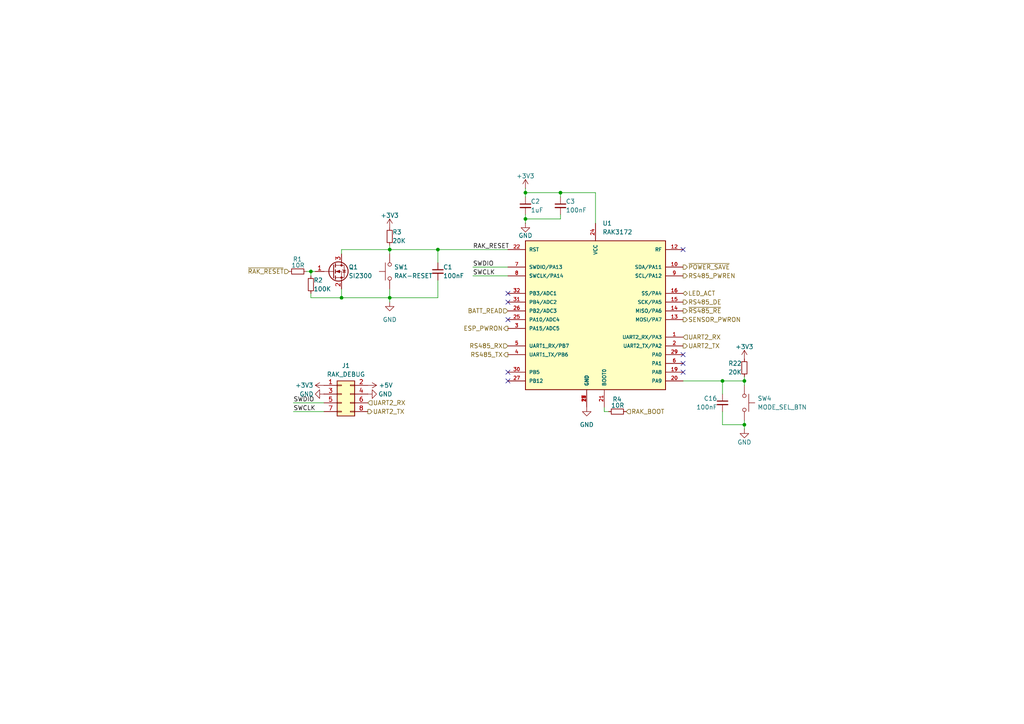
<source format=kicad_sch>
(kicad_sch
	(version 20231120)
	(generator "eeschema")
	(generator_version "8.0")
	(uuid "c7975f6d-2a6b-46e7-b352-82ed73ad44ed")
	(paper "A4")
	(lib_symbols
		(symbol "Connector_Generic:Conn_02x04_Odd_Even"
			(pin_names
				(offset 1.016) hide)
			(exclude_from_sim no)
			(in_bom yes)
			(on_board yes)
			(property "Reference" "J"
				(at 1.27 5.08 0)
				(effects
					(font
						(size 1.27 1.27)
					)
				)
			)
			(property "Value" "Conn_02x04_Odd_Even"
				(at 1.27 -7.62 0)
				(effects
					(font
						(size 1.27 1.27)
					)
				)
			)
			(property "Footprint" ""
				(at 0 0 0)
				(effects
					(font
						(size 1.27 1.27)
					)
					(hide yes)
				)
			)
			(property "Datasheet" "~"
				(at 0 0 0)
				(effects
					(font
						(size 1.27 1.27)
					)
					(hide yes)
				)
			)
			(property "Description" "Generic connector, double row, 02x04, odd/even pin numbering scheme (row 1 odd numbers, row 2 even numbers), script generated (kicad-library-utils/schlib/autogen/connector/)"
				(at 0 0 0)
				(effects
					(font
						(size 1.27 1.27)
					)
					(hide yes)
				)
			)
			(property "ki_keywords" "connector"
				(at 0 0 0)
				(effects
					(font
						(size 1.27 1.27)
					)
					(hide yes)
				)
			)
			(property "ki_fp_filters" "Connector*:*_2x??_*"
				(at 0 0 0)
				(effects
					(font
						(size 1.27 1.27)
					)
					(hide yes)
				)
			)
			(symbol "Conn_02x04_Odd_Even_1_1"
				(rectangle
					(start -1.27 -4.953)
					(end 0 -5.207)
					(stroke
						(width 0.1524)
						(type default)
					)
					(fill
						(type none)
					)
				)
				(rectangle
					(start -1.27 -2.413)
					(end 0 -2.667)
					(stroke
						(width 0.1524)
						(type default)
					)
					(fill
						(type none)
					)
				)
				(rectangle
					(start -1.27 0.127)
					(end 0 -0.127)
					(stroke
						(width 0.1524)
						(type default)
					)
					(fill
						(type none)
					)
				)
				(rectangle
					(start -1.27 2.667)
					(end 0 2.413)
					(stroke
						(width 0.1524)
						(type default)
					)
					(fill
						(type none)
					)
				)
				(rectangle
					(start -1.27 3.81)
					(end 3.81 -6.35)
					(stroke
						(width 0.254)
						(type default)
					)
					(fill
						(type background)
					)
				)
				(rectangle
					(start 3.81 -4.953)
					(end 2.54 -5.207)
					(stroke
						(width 0.1524)
						(type default)
					)
					(fill
						(type none)
					)
				)
				(rectangle
					(start 3.81 -2.413)
					(end 2.54 -2.667)
					(stroke
						(width 0.1524)
						(type default)
					)
					(fill
						(type none)
					)
				)
				(rectangle
					(start 3.81 0.127)
					(end 2.54 -0.127)
					(stroke
						(width 0.1524)
						(type default)
					)
					(fill
						(type none)
					)
				)
				(rectangle
					(start 3.81 2.667)
					(end 2.54 2.413)
					(stroke
						(width 0.1524)
						(type default)
					)
					(fill
						(type none)
					)
				)
				(pin passive line
					(at -5.08 2.54 0)
					(length 3.81)
					(name "Pin_1"
						(effects
							(font
								(size 1.27 1.27)
							)
						)
					)
					(number "1"
						(effects
							(font
								(size 1.27 1.27)
							)
						)
					)
				)
				(pin passive line
					(at 7.62 2.54 180)
					(length 3.81)
					(name "Pin_2"
						(effects
							(font
								(size 1.27 1.27)
							)
						)
					)
					(number "2"
						(effects
							(font
								(size 1.27 1.27)
							)
						)
					)
				)
				(pin passive line
					(at -5.08 0 0)
					(length 3.81)
					(name "Pin_3"
						(effects
							(font
								(size 1.27 1.27)
							)
						)
					)
					(number "3"
						(effects
							(font
								(size 1.27 1.27)
							)
						)
					)
				)
				(pin passive line
					(at 7.62 0 180)
					(length 3.81)
					(name "Pin_4"
						(effects
							(font
								(size 1.27 1.27)
							)
						)
					)
					(number "4"
						(effects
							(font
								(size 1.27 1.27)
							)
						)
					)
				)
				(pin passive line
					(at -5.08 -2.54 0)
					(length 3.81)
					(name "Pin_5"
						(effects
							(font
								(size 1.27 1.27)
							)
						)
					)
					(number "5"
						(effects
							(font
								(size 1.27 1.27)
							)
						)
					)
				)
				(pin passive line
					(at 7.62 -2.54 180)
					(length 3.81)
					(name "Pin_6"
						(effects
							(font
								(size 1.27 1.27)
							)
						)
					)
					(number "6"
						(effects
							(font
								(size 1.27 1.27)
							)
						)
					)
				)
				(pin passive line
					(at -5.08 -5.08 0)
					(length 3.81)
					(name "Pin_7"
						(effects
							(font
								(size 1.27 1.27)
							)
						)
					)
					(number "7"
						(effects
							(font
								(size 1.27 1.27)
							)
						)
					)
				)
				(pin passive line
					(at 7.62 -5.08 180)
					(length 3.81)
					(name "Pin_8"
						(effects
							(font
								(size 1.27 1.27)
							)
						)
					)
					(number "8"
						(effects
							(font
								(size 1.27 1.27)
							)
						)
					)
				)
			)
		)
		(symbol "Device:C_Small"
			(pin_numbers hide)
			(pin_names
				(offset 0.254) hide)
			(exclude_from_sim no)
			(in_bom yes)
			(on_board yes)
			(property "Reference" "C"
				(at 0.254 1.778 0)
				(effects
					(font
						(size 1.27 1.27)
					)
					(justify left)
				)
			)
			(property "Value" "C_Small"
				(at 0.254 -2.032 0)
				(effects
					(font
						(size 1.27 1.27)
					)
					(justify left)
				)
			)
			(property "Footprint" ""
				(at 0 0 0)
				(effects
					(font
						(size 1.27 1.27)
					)
					(hide yes)
				)
			)
			(property "Datasheet" "~"
				(at 0 0 0)
				(effects
					(font
						(size 1.27 1.27)
					)
					(hide yes)
				)
			)
			(property "Description" "Unpolarized capacitor, small symbol"
				(at 0 0 0)
				(effects
					(font
						(size 1.27 1.27)
					)
					(hide yes)
				)
			)
			(property "ki_keywords" "capacitor cap"
				(at 0 0 0)
				(effects
					(font
						(size 1.27 1.27)
					)
					(hide yes)
				)
			)
			(property "ki_fp_filters" "C_*"
				(at 0 0 0)
				(effects
					(font
						(size 1.27 1.27)
					)
					(hide yes)
				)
			)
			(symbol "C_Small_0_1"
				(polyline
					(pts
						(xy -1.524 -0.508) (xy 1.524 -0.508)
					)
					(stroke
						(width 0.3302)
						(type default)
					)
					(fill
						(type none)
					)
				)
				(polyline
					(pts
						(xy -1.524 0.508) (xy 1.524 0.508)
					)
					(stroke
						(width 0.3048)
						(type default)
					)
					(fill
						(type none)
					)
				)
			)
			(symbol "C_Small_1_1"
				(pin passive line
					(at 0 2.54 270)
					(length 2.032)
					(name "~"
						(effects
							(font
								(size 1.27 1.27)
							)
						)
					)
					(number "1"
						(effects
							(font
								(size 1.27 1.27)
							)
						)
					)
				)
				(pin passive line
					(at 0 -2.54 90)
					(length 2.032)
					(name "~"
						(effects
							(font
								(size 1.27 1.27)
							)
						)
					)
					(number "2"
						(effects
							(font
								(size 1.27 1.27)
							)
						)
					)
				)
			)
		)
		(symbol "Device:R_Small"
			(pin_numbers hide)
			(pin_names
				(offset 0.254) hide)
			(exclude_from_sim no)
			(in_bom yes)
			(on_board yes)
			(property "Reference" "R"
				(at 0.762 0.508 0)
				(effects
					(font
						(size 1.27 1.27)
					)
					(justify left)
				)
			)
			(property "Value" "R_Small"
				(at 0.762 -1.016 0)
				(effects
					(font
						(size 1.27 1.27)
					)
					(justify left)
				)
			)
			(property "Footprint" ""
				(at 0 0 0)
				(effects
					(font
						(size 1.27 1.27)
					)
					(hide yes)
				)
			)
			(property "Datasheet" "~"
				(at 0 0 0)
				(effects
					(font
						(size 1.27 1.27)
					)
					(hide yes)
				)
			)
			(property "Description" "Resistor, small symbol"
				(at 0 0 0)
				(effects
					(font
						(size 1.27 1.27)
					)
					(hide yes)
				)
			)
			(property "ki_keywords" "R resistor"
				(at 0 0 0)
				(effects
					(font
						(size 1.27 1.27)
					)
					(hide yes)
				)
			)
			(property "ki_fp_filters" "R_*"
				(at 0 0 0)
				(effects
					(font
						(size 1.27 1.27)
					)
					(hide yes)
				)
			)
			(symbol "R_Small_0_1"
				(rectangle
					(start -0.762 1.778)
					(end 0.762 -1.778)
					(stroke
						(width 0.2032)
						(type default)
					)
					(fill
						(type none)
					)
				)
			)
			(symbol "R_Small_1_1"
				(pin passive line
					(at 0 2.54 270)
					(length 0.762)
					(name "~"
						(effects
							(font
								(size 1.27 1.27)
							)
						)
					)
					(number "1"
						(effects
							(font
								(size 1.27 1.27)
							)
						)
					)
				)
				(pin passive line
					(at 0 -2.54 90)
					(length 0.762)
					(name "~"
						(effects
							(font
								(size 1.27 1.27)
							)
						)
					)
					(number "2"
						(effects
							(font
								(size 1.27 1.27)
							)
						)
					)
				)
			)
		)
		(symbol "Libraries:RAK3172"
			(pin_names
				(offset 1.016)
			)
			(exclude_from_sim no)
			(in_bom yes)
			(on_board yes)
			(property "Reference" "U"
				(at 0 0 0)
				(effects
					(font
						(size 1.27 1.27)
					)
					(justify bottom)
				)
			)
			(property "Value" "RAK3172"
				(at 0 0 0)
				(effects
					(font
						(size 1.27 1.27)
					)
					(justify bottom)
				)
			)
			(property "Footprint" "RAK3172:RAK3172"
				(at 0 0 0)
				(effects
					(font
						(size 1.27 1.27)
					)
					(justify bottom)
					(hide yes)
				)
			)
			(property "Datasheet" ""
				(at 0 0 0)
				(effects
					(font
						(size 1.27 1.27)
					)
					(hide yes)
				)
			)
			(property "Description" ""
				(at 0 0 0)
				(effects
					(font
						(size 1.27 1.27)
					)
					(hide yes)
				)
			)
			(property "MF" "Shenzhen RAKwireless Technology Co.,Ltd."
				(at 0 0 0)
				(effects
					(font
						(size 1.27 1.27)
					)
					(justify bottom)
					(hide yes)
				)
			)
			(property "Description_1" "\nRAK3172 is a low-power long-range transceiver module based on the STM32WLE5CC chip. It provides an easy-to-use, small-size, low-power solution for long range wireless data applications\n"
				(at 0 0 0)
				(effects
					(font
						(size 1.27 1.27)
					)
					(justify bottom)
					(hide yes)
				)
			)
			(property "Package" "Package"
				(at 0 0 0)
				(effects
					(font
						(size 1.27 1.27)
					)
					(justify bottom)
					(hide yes)
				)
			)
			(property "Price" "None"
				(at 0 0 0)
				(effects
					(font
						(size 1.27 1.27)
					)
					(justify bottom)
					(hide yes)
				)
			)
			(property "SnapEDA_Link" "https://www.snapeda.com/parts/RAK3172/Shenzhen+RAKwireless+Technology+Co.%252CLtd./view-part/?ref=snap"
				(at 0 0 0)
				(effects
					(font
						(size 1.27 1.27)
					)
					(justify bottom)
					(hide yes)
				)
			)
			(property "MP" "RAK3172"
				(at 0 0 0)
				(effects
					(font
						(size 1.27 1.27)
					)
					(justify bottom)
					(hide yes)
				)
			)
			(property "Availability" "Not in stock"
				(at 0 0 0)
				(effects
					(font
						(size 1.27 1.27)
					)
					(justify bottom)
					(hide yes)
				)
			)
			(property "Check_prices" "https://www.snapeda.com/parts/RAK3172/Shenzhen+RAKwireless+Technology+Co.%252CLtd./view-part/?ref=eda"
				(at 0 0 0)
				(effects
					(font
						(size 1.27 1.27)
					)
					(justify bottom)
					(hide yes)
				)
			)
			(symbol "RAK3172_0_0"
				(rectangle
					(start 0 -2.54)
					(end 40.64 40.64)
					(stroke
						(width 0.254)
						(type default)
					)
					(fill
						(type background)
					)
				)
				(pin bidirectional line
					(at 45.72 12.7 180)
					(length 5.08)
					(name "UART2_RX/PA3"
						(effects
							(font
								(size 1.016 1.016)
							)
						)
					)
					(number "1"
						(effects
							(font
								(size 1.016 1.016)
							)
						)
					)
				)
				(pin bidirectional line
					(at 45.72 33.02 180)
					(length 5.08)
					(name "SDA/PA11"
						(effects
							(font
								(size 1.016 1.016)
							)
						)
					)
					(number "10"
						(effects
							(font
								(size 1.016 1.016)
							)
						)
					)
				)
				(pin power_in line
					(at 17.78 -7.62 90)
					(length 5.08)
					(name "GND"
						(effects
							(font
								(size 1.016 1.016)
							)
						)
					)
					(number "11"
						(effects
							(font
								(size 1.016 1.016)
							)
						)
					)
				)
				(pin output line
					(at 45.72 38.1 180)
					(length 5.08)
					(name "RF"
						(effects
							(font
								(size 1.016 1.016)
							)
						)
					)
					(number "12"
						(effects
							(font
								(size 1.016 1.016)
							)
						)
					)
				)
				(pin bidirectional line
					(at 45.72 17.78 180)
					(length 5.08)
					(name "MOSI/PA7"
						(effects
							(font
								(size 1.016 1.016)
							)
						)
					)
					(number "13"
						(effects
							(font
								(size 1.016 1.016)
							)
						)
					)
				)
				(pin bidirectional line
					(at 45.72 20.32 180)
					(length 5.08)
					(name "MISO/PA6"
						(effects
							(font
								(size 1.016 1.016)
							)
						)
					)
					(number "14"
						(effects
							(font
								(size 1.016 1.016)
							)
						)
					)
				)
				(pin bidirectional line
					(at 45.72 22.86 180)
					(length 5.08)
					(name "SCK/PA5"
						(effects
							(font
								(size 1.016 1.016)
							)
						)
					)
					(number "15"
						(effects
							(font
								(size 1.016 1.016)
							)
						)
					)
				)
				(pin bidirectional line
					(at 45.72 25.4 180)
					(length 5.08)
					(name "SS/PA4"
						(effects
							(font
								(size 1.016 1.016)
							)
						)
					)
					(number "16"
						(effects
							(font
								(size 1.016 1.016)
							)
						)
					)
				)
				(pin power_in line
					(at 17.78 -7.62 90)
					(length 5.08)
					(name "GND"
						(effects
							(font
								(size 1.016 1.016)
							)
						)
					)
					(number "17"
						(effects
							(font
								(size 1.016 1.016)
							)
						)
					)
				)
				(pin power_in line
					(at 17.78 -7.62 90)
					(length 5.08)
					(name "GND"
						(effects
							(font
								(size 1.016 1.016)
							)
						)
					)
					(number "18"
						(effects
							(font
								(size 1.016 1.016)
							)
						)
					)
				)
				(pin bidirectional line
					(at 45.72 2.54 180)
					(length 5.08)
					(name "PA8"
						(effects
							(font
								(size 1.016 1.016)
							)
						)
					)
					(number "19"
						(effects
							(font
								(size 1.016 1.016)
							)
						)
					)
				)
				(pin bidirectional line
					(at 45.72 10.16 180)
					(length 5.08)
					(name "UART2_TX/PA2"
						(effects
							(font
								(size 1.016 1.016)
							)
						)
					)
					(number "2"
						(effects
							(font
								(size 1.016 1.016)
							)
						)
					)
				)
				(pin bidirectional line
					(at 45.72 0 180)
					(length 5.08)
					(name "PA9"
						(effects
							(font
								(size 1.016 1.016)
							)
						)
					)
					(number "20"
						(effects
							(font
								(size 1.016 1.016)
							)
						)
					)
				)
				(pin input line
					(at 22.86 -7.62 90)
					(length 5.08)
					(name "BOOT0"
						(effects
							(font
								(size 1.016 1.016)
							)
						)
					)
					(number "21"
						(effects
							(font
								(size 1.016 1.016)
							)
						)
					)
				)
				(pin input line
					(at -5.08 38.1 0)
					(length 5.08)
					(name "RST"
						(effects
							(font
								(size 1.016 1.016)
							)
						)
					)
					(number "22"
						(effects
							(font
								(size 1.016 1.016)
							)
						)
					)
				)
				(pin power_in line
					(at 17.78 -7.62 90)
					(length 5.08)
					(name "GND"
						(effects
							(font
								(size 1.016 1.016)
							)
						)
					)
					(number "23"
						(effects
							(font
								(size 1.016 1.016)
							)
						)
					)
				)
				(pin power_in line
					(at 20.32 45.72 270)
					(length 5.08)
					(name "VCC"
						(effects
							(font
								(size 1.016 1.016)
							)
						)
					)
					(number "24"
						(effects
							(font
								(size 1.016 1.016)
							)
						)
					)
				)
				(pin bidirectional line
					(at -5.08 17.78 0)
					(length 5.08)
					(name "PA10/ADC4"
						(effects
							(font
								(size 1.016 1.016)
							)
						)
					)
					(number "25"
						(effects
							(font
								(size 1.016 1.016)
							)
						)
					)
				)
				(pin bidirectional line
					(at -5.08 20.32 0)
					(length 5.08)
					(name "PB2/ADC3"
						(effects
							(font
								(size 1.016 1.016)
							)
						)
					)
					(number "26"
						(effects
							(font
								(size 1.016 1.016)
							)
						)
					)
				)
				(pin bidirectional line
					(at -5.08 0 0)
					(length 5.08)
					(name "PB12"
						(effects
							(font
								(size 1.016 1.016)
							)
						)
					)
					(number "27"
						(effects
							(font
								(size 1.016 1.016)
							)
						)
					)
				)
				(pin power_in line
					(at 17.78 -7.62 90)
					(length 5.08)
					(name "GND"
						(effects
							(font
								(size 1.016 1.016)
							)
						)
					)
					(number "28"
						(effects
							(font
								(size 1.016 1.016)
							)
						)
					)
				)
				(pin bidirectional line
					(at 45.72 7.62 180)
					(length 5.08)
					(name "PA0"
						(effects
							(font
								(size 1.016 1.016)
							)
						)
					)
					(number "29"
						(effects
							(font
								(size 1.016 1.016)
							)
						)
					)
				)
				(pin bidirectional line
					(at -5.08 15.24 0)
					(length 5.08)
					(name "PA15/ADC5"
						(effects
							(font
								(size 1.016 1.016)
							)
						)
					)
					(number "3"
						(effects
							(font
								(size 1.016 1.016)
							)
						)
					)
				)
				(pin bidirectional line
					(at -5.08 2.54 0)
					(length 5.08)
					(name "PB5"
						(effects
							(font
								(size 1.016 1.016)
							)
						)
					)
					(number "30"
						(effects
							(font
								(size 1.016 1.016)
							)
						)
					)
				)
				(pin bidirectional line
					(at -5.08 22.86 0)
					(length 5.08)
					(name "PB4/ADC2"
						(effects
							(font
								(size 1.016 1.016)
							)
						)
					)
					(number "31"
						(effects
							(font
								(size 1.016 1.016)
							)
						)
					)
				)
				(pin bidirectional line
					(at -5.08 25.4 0)
					(length 5.08)
					(name "PB3/ADC1"
						(effects
							(font
								(size 1.016 1.016)
							)
						)
					)
					(number "32"
						(effects
							(font
								(size 1.016 1.016)
							)
						)
					)
				)
				(pin bidirectional line
					(at -5.08 7.62 0)
					(length 5.08)
					(name "UART1_TX/PB6"
						(effects
							(font
								(size 1.016 1.016)
							)
						)
					)
					(number "4"
						(effects
							(font
								(size 1.016 1.016)
							)
						)
					)
				)
				(pin bidirectional line
					(at -5.08 10.16 0)
					(length 5.08)
					(name "UART1_RX/PB7"
						(effects
							(font
								(size 1.016 1.016)
							)
						)
					)
					(number "5"
						(effects
							(font
								(size 1.016 1.016)
							)
						)
					)
				)
				(pin bidirectional line
					(at 45.72 5.08 180)
					(length 5.08)
					(name "PA1"
						(effects
							(font
								(size 1.016 1.016)
							)
						)
					)
					(number "6"
						(effects
							(font
								(size 1.016 1.016)
							)
						)
					)
				)
				(pin bidirectional line
					(at -5.08 33.02 0)
					(length 5.08)
					(name "SWDIO/PA13"
						(effects
							(font
								(size 1.016 1.016)
							)
						)
					)
					(number "7"
						(effects
							(font
								(size 1.016 1.016)
							)
						)
					)
				)
				(pin bidirectional line
					(at -5.08 30.48 0)
					(length 5.08)
					(name "SWCLK/PA14"
						(effects
							(font
								(size 1.016 1.016)
							)
						)
					)
					(number "8"
						(effects
							(font
								(size 1.016 1.016)
							)
						)
					)
				)
				(pin bidirectional line
					(at 45.72 30.48 180)
					(length 5.08)
					(name "SCL/PA12"
						(effects
							(font
								(size 1.016 1.016)
							)
						)
					)
					(number "9"
						(effects
							(font
								(size 1.016 1.016)
							)
						)
					)
				)
			)
		)
		(symbol "Switch:SW_Push"
			(pin_numbers hide)
			(pin_names
				(offset 1.016) hide)
			(exclude_from_sim no)
			(in_bom yes)
			(on_board yes)
			(property "Reference" "SW"
				(at 1.27 2.54 0)
				(effects
					(font
						(size 1.27 1.27)
					)
					(justify left)
				)
			)
			(property "Value" "SW_Push"
				(at 0 -1.524 0)
				(effects
					(font
						(size 1.27 1.27)
					)
				)
			)
			(property "Footprint" ""
				(at 0 5.08 0)
				(effects
					(font
						(size 1.27 1.27)
					)
					(hide yes)
				)
			)
			(property "Datasheet" "~"
				(at 0 5.08 0)
				(effects
					(font
						(size 1.27 1.27)
					)
					(hide yes)
				)
			)
			(property "Description" "Push button switch, generic, two pins"
				(at 0 0 0)
				(effects
					(font
						(size 1.27 1.27)
					)
					(hide yes)
				)
			)
			(property "ki_keywords" "switch normally-open pushbutton push-button"
				(at 0 0 0)
				(effects
					(font
						(size 1.27 1.27)
					)
					(hide yes)
				)
			)
			(symbol "SW_Push_0_1"
				(circle
					(center -2.032 0)
					(radius 0.508)
					(stroke
						(width 0)
						(type default)
					)
					(fill
						(type none)
					)
				)
				(polyline
					(pts
						(xy 0 1.27) (xy 0 3.048)
					)
					(stroke
						(width 0)
						(type default)
					)
					(fill
						(type none)
					)
				)
				(polyline
					(pts
						(xy 2.54 1.27) (xy -2.54 1.27)
					)
					(stroke
						(width 0)
						(type default)
					)
					(fill
						(type none)
					)
				)
				(circle
					(center 2.032 0)
					(radius 0.508)
					(stroke
						(width 0)
						(type default)
					)
					(fill
						(type none)
					)
				)
				(pin passive line
					(at -5.08 0 0)
					(length 2.54)
					(name "1"
						(effects
							(font
								(size 1.27 1.27)
							)
						)
					)
					(number "1"
						(effects
							(font
								(size 1.27 1.27)
							)
						)
					)
				)
				(pin passive line
					(at 5.08 0 180)
					(length 2.54)
					(name "2"
						(effects
							(font
								(size 1.27 1.27)
							)
						)
					)
					(number "2"
						(effects
							(font
								(size 1.27 1.27)
							)
						)
					)
				)
			)
		)
		(symbol "Transistor_FET:2N7002"
			(pin_names hide)
			(exclude_from_sim no)
			(in_bom yes)
			(on_board yes)
			(property "Reference" "Q"
				(at 5.08 1.905 0)
				(effects
					(font
						(size 1.27 1.27)
					)
					(justify left)
				)
			)
			(property "Value" "2N7002"
				(at 5.08 0 0)
				(effects
					(font
						(size 1.27 1.27)
					)
					(justify left)
				)
			)
			(property "Footprint" "Package_TO_SOT_SMD:SOT-23"
				(at 5.08 -1.905 0)
				(effects
					(font
						(size 1.27 1.27)
						(italic yes)
					)
					(justify left)
					(hide yes)
				)
			)
			(property "Datasheet" "https://www.onsemi.com/pub/Collateral/NDS7002A-D.PDF"
				(at 5.08 -3.81 0)
				(effects
					(font
						(size 1.27 1.27)
					)
					(justify left)
					(hide yes)
				)
			)
			(property "Description" "0.115A Id, 60V Vds, N-Channel MOSFET, SOT-23"
				(at 0 0 0)
				(effects
					(font
						(size 1.27 1.27)
					)
					(hide yes)
				)
			)
			(property "ki_keywords" "N-Channel Switching MOSFET"
				(at 0 0 0)
				(effects
					(font
						(size 1.27 1.27)
					)
					(hide yes)
				)
			)
			(property "ki_fp_filters" "SOT?23*"
				(at 0 0 0)
				(effects
					(font
						(size 1.27 1.27)
					)
					(hide yes)
				)
			)
			(symbol "2N7002_0_1"
				(polyline
					(pts
						(xy 0.254 0) (xy -2.54 0)
					)
					(stroke
						(width 0)
						(type default)
					)
					(fill
						(type none)
					)
				)
				(polyline
					(pts
						(xy 0.254 1.905) (xy 0.254 -1.905)
					)
					(stroke
						(width 0.254)
						(type default)
					)
					(fill
						(type none)
					)
				)
				(polyline
					(pts
						(xy 0.762 -1.27) (xy 0.762 -2.286)
					)
					(stroke
						(width 0.254)
						(type default)
					)
					(fill
						(type none)
					)
				)
				(polyline
					(pts
						(xy 0.762 0.508) (xy 0.762 -0.508)
					)
					(stroke
						(width 0.254)
						(type default)
					)
					(fill
						(type none)
					)
				)
				(polyline
					(pts
						(xy 0.762 2.286) (xy 0.762 1.27)
					)
					(stroke
						(width 0.254)
						(type default)
					)
					(fill
						(type none)
					)
				)
				(polyline
					(pts
						(xy 2.54 2.54) (xy 2.54 1.778)
					)
					(stroke
						(width 0)
						(type default)
					)
					(fill
						(type none)
					)
				)
				(polyline
					(pts
						(xy 2.54 -2.54) (xy 2.54 0) (xy 0.762 0)
					)
					(stroke
						(width 0)
						(type default)
					)
					(fill
						(type none)
					)
				)
				(polyline
					(pts
						(xy 0.762 -1.778) (xy 3.302 -1.778) (xy 3.302 1.778) (xy 0.762 1.778)
					)
					(stroke
						(width 0)
						(type default)
					)
					(fill
						(type none)
					)
				)
				(polyline
					(pts
						(xy 1.016 0) (xy 2.032 0.381) (xy 2.032 -0.381) (xy 1.016 0)
					)
					(stroke
						(width 0)
						(type default)
					)
					(fill
						(type outline)
					)
				)
				(polyline
					(pts
						(xy 2.794 0.508) (xy 2.921 0.381) (xy 3.683 0.381) (xy 3.81 0.254)
					)
					(stroke
						(width 0)
						(type default)
					)
					(fill
						(type none)
					)
				)
				(polyline
					(pts
						(xy 3.302 0.381) (xy 2.921 -0.254) (xy 3.683 -0.254) (xy 3.302 0.381)
					)
					(stroke
						(width 0)
						(type default)
					)
					(fill
						(type none)
					)
				)
				(circle
					(center 1.651 0)
					(radius 2.794)
					(stroke
						(width 0.254)
						(type default)
					)
					(fill
						(type none)
					)
				)
				(circle
					(center 2.54 -1.778)
					(radius 0.254)
					(stroke
						(width 0)
						(type default)
					)
					(fill
						(type outline)
					)
				)
				(circle
					(center 2.54 1.778)
					(radius 0.254)
					(stroke
						(width 0)
						(type default)
					)
					(fill
						(type outline)
					)
				)
			)
			(symbol "2N7002_1_1"
				(pin input line
					(at -5.08 0 0)
					(length 2.54)
					(name "G"
						(effects
							(font
								(size 1.27 1.27)
							)
						)
					)
					(number "1"
						(effects
							(font
								(size 1.27 1.27)
							)
						)
					)
				)
				(pin passive line
					(at 2.54 -5.08 90)
					(length 2.54)
					(name "S"
						(effects
							(font
								(size 1.27 1.27)
							)
						)
					)
					(number "2"
						(effects
							(font
								(size 1.27 1.27)
							)
						)
					)
				)
				(pin passive line
					(at 2.54 5.08 270)
					(length 2.54)
					(name "D"
						(effects
							(font
								(size 1.27 1.27)
							)
						)
					)
					(number "3"
						(effects
							(font
								(size 1.27 1.27)
							)
						)
					)
				)
			)
		)
		(symbol "power:+3V3"
			(power)
			(pin_numbers hide)
			(pin_names
				(offset 0) hide)
			(exclude_from_sim no)
			(in_bom yes)
			(on_board yes)
			(property "Reference" "#PWR"
				(at 0 -3.81 0)
				(effects
					(font
						(size 1.27 1.27)
					)
					(hide yes)
				)
			)
			(property "Value" "+3V3"
				(at 0 3.556 0)
				(effects
					(font
						(size 1.27 1.27)
					)
				)
			)
			(property "Footprint" ""
				(at 0 0 0)
				(effects
					(font
						(size 1.27 1.27)
					)
					(hide yes)
				)
			)
			(property "Datasheet" ""
				(at 0 0 0)
				(effects
					(font
						(size 1.27 1.27)
					)
					(hide yes)
				)
			)
			(property "Description" "Power symbol creates a global label with name \"+3V3\""
				(at 0 0 0)
				(effects
					(font
						(size 1.27 1.27)
					)
					(hide yes)
				)
			)
			(property "ki_keywords" "global power"
				(at 0 0 0)
				(effects
					(font
						(size 1.27 1.27)
					)
					(hide yes)
				)
			)
			(symbol "+3V3_0_1"
				(polyline
					(pts
						(xy -0.762 1.27) (xy 0 2.54)
					)
					(stroke
						(width 0)
						(type default)
					)
					(fill
						(type none)
					)
				)
				(polyline
					(pts
						(xy 0 0) (xy 0 2.54)
					)
					(stroke
						(width 0)
						(type default)
					)
					(fill
						(type none)
					)
				)
				(polyline
					(pts
						(xy 0 2.54) (xy 0.762 1.27)
					)
					(stroke
						(width 0)
						(type default)
					)
					(fill
						(type none)
					)
				)
			)
			(symbol "+3V3_1_1"
				(pin power_in line
					(at 0 0 90)
					(length 0)
					(name "~"
						(effects
							(font
								(size 1.27 1.27)
							)
						)
					)
					(number "1"
						(effects
							(font
								(size 1.27 1.27)
							)
						)
					)
				)
			)
		)
		(symbol "power:+5V"
			(power)
			(pin_names
				(offset 0)
			)
			(exclude_from_sim no)
			(in_bom yes)
			(on_board yes)
			(property "Reference" "#PWR"
				(at 0 -3.81 0)
				(effects
					(font
						(size 1.27 1.27)
					)
					(hide yes)
				)
			)
			(property "Value" "+5V"
				(at 0 3.556 0)
				(effects
					(font
						(size 1.27 1.27)
					)
				)
			)
			(property "Footprint" ""
				(at 0 0 0)
				(effects
					(font
						(size 1.27 1.27)
					)
					(hide yes)
				)
			)
			(property "Datasheet" ""
				(at 0 0 0)
				(effects
					(font
						(size 1.27 1.27)
					)
					(hide yes)
				)
			)
			(property "Description" "Power symbol creates a global label with name \"+5V\""
				(at 0 0 0)
				(effects
					(font
						(size 1.27 1.27)
					)
					(hide yes)
				)
			)
			(property "ki_keywords" "global power"
				(at 0 0 0)
				(effects
					(font
						(size 1.27 1.27)
					)
					(hide yes)
				)
			)
			(symbol "+5V_0_1"
				(polyline
					(pts
						(xy -0.762 1.27) (xy 0 2.54)
					)
					(stroke
						(width 0)
						(type default)
					)
					(fill
						(type none)
					)
				)
				(polyline
					(pts
						(xy 0 0) (xy 0 2.54)
					)
					(stroke
						(width 0)
						(type default)
					)
					(fill
						(type none)
					)
				)
				(polyline
					(pts
						(xy 0 2.54) (xy 0.762 1.27)
					)
					(stroke
						(width 0)
						(type default)
					)
					(fill
						(type none)
					)
				)
			)
			(symbol "+5V_1_1"
				(pin power_in line
					(at 0 0 90)
					(length 0) hide
					(name "+5V"
						(effects
							(font
								(size 1.27 1.27)
							)
						)
					)
					(number "1"
						(effects
							(font
								(size 1.27 1.27)
							)
						)
					)
				)
			)
		)
		(symbol "power:GND"
			(power)
			(pin_numbers hide)
			(pin_names
				(offset 0) hide)
			(exclude_from_sim no)
			(in_bom yes)
			(on_board yes)
			(property "Reference" "#PWR"
				(at 0 -6.35 0)
				(effects
					(font
						(size 1.27 1.27)
					)
					(hide yes)
				)
			)
			(property "Value" "GND"
				(at 0 -3.81 0)
				(effects
					(font
						(size 1.27 1.27)
					)
				)
			)
			(property "Footprint" ""
				(at 0 0 0)
				(effects
					(font
						(size 1.27 1.27)
					)
					(hide yes)
				)
			)
			(property "Datasheet" ""
				(at 0 0 0)
				(effects
					(font
						(size 1.27 1.27)
					)
					(hide yes)
				)
			)
			(property "Description" "Power symbol creates a global label with name \"GND\" , ground"
				(at 0 0 0)
				(effects
					(font
						(size 1.27 1.27)
					)
					(hide yes)
				)
			)
			(property "ki_keywords" "global power"
				(at 0 0 0)
				(effects
					(font
						(size 1.27 1.27)
					)
					(hide yes)
				)
			)
			(symbol "GND_0_1"
				(polyline
					(pts
						(xy 0 0) (xy 0 -1.27) (xy 1.27 -1.27) (xy 0 -2.54) (xy -1.27 -1.27) (xy 0 -1.27)
					)
					(stroke
						(width 0)
						(type default)
					)
					(fill
						(type none)
					)
				)
			)
			(symbol "GND_1_1"
				(pin power_in line
					(at 0 0 270)
					(length 0)
					(name "~"
						(effects
							(font
								(size 1.27 1.27)
							)
						)
					)
					(number "1"
						(effects
							(font
								(size 1.27 1.27)
							)
						)
					)
				)
			)
		)
	)
	(junction
		(at 215.9 123.19)
		(diameter 0)
		(color 0 0 0 0)
		(uuid "07f6d8dc-6ba0-4734-bac8-bb6a451975ed")
	)
	(junction
		(at 90.17 78.74)
		(diameter 0)
		(color 0 0 0 0)
		(uuid "0b5f60a0-6ae1-43ce-9180-627ee1532573")
	)
	(junction
		(at 162.56 55.88)
		(diameter 0)
		(color 0 0 0 0)
		(uuid "2a3dae27-35f0-4276-a78c-faa6d4fb58a1")
	)
	(junction
		(at 152.4 63.5)
		(diameter 0)
		(color 0 0 0 0)
		(uuid "6cd1ae21-6aea-49cd-bad2-e309d6b753de")
	)
	(junction
		(at 127 72.39)
		(diameter 0)
		(color 0 0 0 0)
		(uuid "727b1444-d1d3-4fbf-86a0-5044a98ede32")
	)
	(junction
		(at 215.9 110.49)
		(diameter 0)
		(color 0 0 0 0)
		(uuid "75efee4a-8885-475f-8b2e-2b28e3c3f732")
	)
	(junction
		(at 99.06 86.36)
		(diameter 0)
		(color 0 0 0 0)
		(uuid "91451089-d9b4-4caa-b1f0-c28b84bb6b54")
	)
	(junction
		(at 209.55 110.49)
		(diameter 0)
		(color 0 0 0 0)
		(uuid "9b89741a-0f26-4c6a-b9bf-79a15abcb53a")
	)
	(junction
		(at 113.03 72.39)
		(diameter 0)
		(color 0 0 0 0)
		(uuid "b281a06d-0816-490f-b02f-ddb54aaba7db")
	)
	(junction
		(at 152.4 55.88)
		(diameter 0)
		(color 0 0 0 0)
		(uuid "bdcff087-f2d4-491d-b16b-9ec2ba7f527f")
	)
	(junction
		(at 113.03 86.36)
		(diameter 0)
		(color 0 0 0 0)
		(uuid "da73b469-279d-4af7-8b7e-c552ea434c24")
	)
	(no_connect
		(at 198.12 102.87)
		(uuid "15248315-b7c3-4195-9a8a-1436c56b498d")
	)
	(no_connect
		(at 147.32 107.95)
		(uuid "355fef23-4b9f-4ece-bddb-90e98013940b")
	)
	(no_connect
		(at 147.32 110.49)
		(uuid "360b4224-71b1-4d1c-8e9d-4ed8c3a6cc83")
	)
	(no_connect
		(at 198.12 105.41)
		(uuid "58785d65-94b7-49d7-9d91-4bb2c0871ad5")
	)
	(no_connect
		(at 147.32 92.71)
		(uuid "7d2e4c8e-ec71-4f91-8890-fda2b90c4878")
	)
	(no_connect
		(at 147.32 87.63)
		(uuid "886c97d6-1878-404b-97f9-74332f00b8fc")
	)
	(no_connect
		(at 147.32 85.09)
		(uuid "a0aa0eb5-da92-41b9-a593-4bcf92a61c34")
	)
	(no_connect
		(at 198.12 72.39)
		(uuid "b4a0bbf9-3e80-479b-9fda-896a181f1a84")
	)
	(no_connect
		(at 198.12 107.95)
		(uuid "cbd05108-dce0-4c58-9209-e2ec99d93f22")
	)
	(wire
		(pts
			(xy 215.9 124.46) (xy 215.9 123.19)
		)
		(stroke
			(width 0)
			(type default)
		)
		(uuid "047e4507-2a2f-4edb-a76a-578380c3862d")
	)
	(wire
		(pts
			(xy 215.9 123.19) (xy 209.55 123.19)
		)
		(stroke
			(width 0)
			(type default)
		)
		(uuid "05dea761-e0f6-4b98-9ae0-4e96463fecd5")
	)
	(wire
		(pts
			(xy 172.72 55.88) (xy 162.56 55.88)
		)
		(stroke
			(width 0)
			(type default)
		)
		(uuid "05e2dd82-9927-49a0-b9d7-84ce30385487")
	)
	(wire
		(pts
			(xy 152.4 62.23) (xy 152.4 63.5)
		)
		(stroke
			(width 0)
			(type default)
		)
		(uuid "0604a819-0b32-4ed6-929a-7f402a6a75b2")
	)
	(wire
		(pts
			(xy 215.9 111.76) (xy 215.9 110.49)
		)
		(stroke
			(width 0)
			(type default)
		)
		(uuid "1effe5e4-ae2f-490a-b524-6bc34db0d99f")
	)
	(wire
		(pts
			(xy 99.06 72.39) (xy 113.03 72.39)
		)
		(stroke
			(width 0)
			(type default)
		)
		(uuid "277e1915-1b8d-4d74-b8a4-8f08a72b7993")
	)
	(wire
		(pts
			(xy 99.06 86.36) (xy 113.03 86.36)
		)
		(stroke
			(width 0)
			(type default)
		)
		(uuid "3196730e-1675-4735-852e-d7d029325c1d")
	)
	(wire
		(pts
			(xy 152.4 63.5) (xy 152.4 64.77)
		)
		(stroke
			(width 0)
			(type default)
		)
		(uuid "35fbb423-5cda-4937-8c19-d0a67be7774f")
	)
	(wire
		(pts
			(xy 88.9 78.74) (xy 90.17 78.74)
		)
		(stroke
			(width 0)
			(type default)
		)
		(uuid "377404cc-833a-4592-91f0-ea9d7c93da7d")
	)
	(wire
		(pts
			(xy 215.9 109.22) (xy 215.9 110.49)
		)
		(stroke
			(width 0)
			(type default)
		)
		(uuid "3ceaa600-5e69-4559-821c-6d37fb4e6ae2")
	)
	(wire
		(pts
			(xy 137.16 80.01) (xy 147.32 80.01)
		)
		(stroke
			(width 0)
			(type default)
		)
		(uuid "4eb2ddc1-0fd9-482f-8ff2-4327c7da4354")
	)
	(wire
		(pts
			(xy 85.09 116.84) (xy 93.98 116.84)
		)
		(stroke
			(width 0)
			(type default)
		)
		(uuid "54b978c9-d5d2-412c-b0fc-77d67d34c99d")
	)
	(wire
		(pts
			(xy 209.55 119.38) (xy 209.55 123.19)
		)
		(stroke
			(width 0)
			(type default)
		)
		(uuid "54c4cb74-eaf1-4af9-80be-8b2226165332")
	)
	(wire
		(pts
			(xy 127 81.28) (xy 127 86.36)
		)
		(stroke
			(width 0)
			(type default)
		)
		(uuid "5e220cd0-8af6-4787-8e36-c3d5978a5fef")
	)
	(wire
		(pts
			(xy 175.26 119.38) (xy 176.53 119.38)
		)
		(stroke
			(width 0)
			(type default)
		)
		(uuid "689e7d43-d9b3-471e-be17-9be8e23327cd")
	)
	(wire
		(pts
			(xy 113.03 86.36) (xy 127 86.36)
		)
		(stroke
			(width 0)
			(type default)
		)
		(uuid "6c13ea65-af84-4610-b5a9-1878612969aa")
	)
	(wire
		(pts
			(xy 198.12 110.49) (xy 209.55 110.49)
		)
		(stroke
			(width 0)
			(type default)
		)
		(uuid "765255f8-8c5e-4104-bbcb-1e31d0efe5ef")
	)
	(wire
		(pts
			(xy 172.72 64.77) (xy 172.72 55.88)
		)
		(stroke
			(width 0)
			(type default)
		)
		(uuid "7bc77e2f-3ed4-41fe-8cf0-07904c8463f4")
	)
	(wire
		(pts
			(xy 209.55 110.49) (xy 209.55 114.3)
		)
		(stroke
			(width 0)
			(type default)
		)
		(uuid "7ccf51a0-14ee-4699-b8be-286f91a6ddbf")
	)
	(wire
		(pts
			(xy 152.4 63.5) (xy 162.56 63.5)
		)
		(stroke
			(width 0)
			(type default)
		)
		(uuid "7f5db265-cfd2-4af0-815d-5becd6c489e7")
	)
	(wire
		(pts
			(xy 113.03 86.36) (xy 113.03 87.63)
		)
		(stroke
			(width 0)
			(type default)
		)
		(uuid "80e33557-9b72-4862-9841-18bad619e1b0")
	)
	(wire
		(pts
			(xy 113.03 83.82) (xy 113.03 86.36)
		)
		(stroke
			(width 0)
			(type default)
		)
		(uuid "855c2360-94a8-4b58-b14e-0af44a5ec926")
	)
	(wire
		(pts
			(xy 99.06 73.66) (xy 99.06 72.39)
		)
		(stroke
			(width 0)
			(type default)
		)
		(uuid "8620a187-9efb-4e4d-8efe-f8b67ea55fcb")
	)
	(wire
		(pts
			(xy 99.06 83.82) (xy 99.06 86.36)
		)
		(stroke
			(width 0)
			(type default)
		)
		(uuid "8cdd758d-719c-49fe-9c3e-334ad4b92a5d")
	)
	(wire
		(pts
			(xy 90.17 80.01) (xy 90.17 78.74)
		)
		(stroke
			(width 0)
			(type default)
		)
		(uuid "907b5b72-2f5d-498b-ae9a-1104f5c34735")
	)
	(wire
		(pts
			(xy 215.9 121.92) (xy 215.9 123.19)
		)
		(stroke
			(width 0)
			(type default)
		)
		(uuid "91a2fbbd-1fe5-44a7-9dfc-1af98752255e")
	)
	(wire
		(pts
			(xy 162.56 55.88) (xy 162.56 57.15)
		)
		(stroke
			(width 0)
			(type default)
		)
		(uuid "a36d7362-0565-4e6d-9d06-66e8667a6592")
	)
	(wire
		(pts
			(xy 215.9 110.49) (xy 209.55 110.49)
		)
		(stroke
			(width 0)
			(type default)
		)
		(uuid "a53da1e5-022f-4d31-849e-d79a79a08aeb")
	)
	(wire
		(pts
			(xy 113.03 71.12) (xy 113.03 72.39)
		)
		(stroke
			(width 0)
			(type default)
		)
		(uuid "b2d4616e-02da-411d-b230-b6a8af9bf653")
	)
	(wire
		(pts
			(xy 152.4 57.15) (xy 152.4 55.88)
		)
		(stroke
			(width 0)
			(type default)
		)
		(uuid "b35bf222-d1e2-4f0a-8350-8def547dadec")
	)
	(wire
		(pts
			(xy 152.4 55.88) (xy 162.56 55.88)
		)
		(stroke
			(width 0)
			(type default)
		)
		(uuid "b389c57e-a9f0-481a-855a-09e2426648df")
	)
	(wire
		(pts
			(xy 113.03 73.66) (xy 113.03 72.39)
		)
		(stroke
			(width 0)
			(type default)
		)
		(uuid "b79e8c9d-cbfe-4788-95c8-1fefab19dfc0")
	)
	(wire
		(pts
			(xy 152.4 54.61) (xy 152.4 55.88)
		)
		(stroke
			(width 0)
			(type default)
		)
		(uuid "b8ab3ec0-0d55-4835-a2f2-934de0f3d556")
	)
	(wire
		(pts
			(xy 137.16 77.47) (xy 147.32 77.47)
		)
		(stroke
			(width 0)
			(type default)
		)
		(uuid "b9a5576c-6bef-4457-84ea-8b36c12b5126")
	)
	(wire
		(pts
			(xy 175.26 119.38) (xy 175.26 118.11)
		)
		(stroke
			(width 0)
			(type default)
		)
		(uuid "c389d607-6fdf-4d72-a347-e20636cd8702")
	)
	(wire
		(pts
			(xy 162.56 63.5) (xy 162.56 62.23)
		)
		(stroke
			(width 0)
			(type default)
		)
		(uuid "cb91ed30-edb6-4dd5-9728-f7a8ea1e91ff")
	)
	(wire
		(pts
			(xy 85.09 119.38) (xy 93.98 119.38)
		)
		(stroke
			(width 0)
			(type default)
		)
		(uuid "d90869b9-986a-42e2-b956-5df971532152")
	)
	(wire
		(pts
			(xy 90.17 85.09) (xy 90.17 86.36)
		)
		(stroke
			(width 0)
			(type default)
		)
		(uuid "e0b0ee8e-aee8-48eb-a15e-c649d763cea7")
	)
	(wire
		(pts
			(xy 90.17 78.74) (xy 91.44 78.74)
		)
		(stroke
			(width 0)
			(type default)
		)
		(uuid "e21a9377-e005-4e49-a0e9-76447d7ae000")
	)
	(wire
		(pts
			(xy 113.03 72.39) (xy 127 72.39)
		)
		(stroke
			(width 0)
			(type default)
		)
		(uuid "eb400ffd-7019-4a95-b283-29930de01392")
	)
	(wire
		(pts
			(xy 127 72.39) (xy 127 76.2)
		)
		(stroke
			(width 0)
			(type default)
		)
		(uuid "f3cfb273-c399-4ec0-800b-9270b435fb3b")
	)
	(wire
		(pts
			(xy 90.17 86.36) (xy 99.06 86.36)
		)
		(stroke
			(width 0)
			(type default)
		)
		(uuid "f44cbfd2-08a4-4f0e-b04d-2df7b9e05bbb")
	)
	(wire
		(pts
			(xy 127 72.39) (xy 147.32 72.39)
		)
		(stroke
			(width 0)
			(type default)
		)
		(uuid "fa7c9618-e2ca-4adb-9375-8e8e2a4c2f83")
	)
	(label "SWCLK"
		(at 85.09 119.38 0)
		(fields_autoplaced yes)
		(effects
			(font
				(size 1.27 1.27)
			)
			(justify left bottom)
		)
		(uuid "05e08080-fcb0-4322-bb2b-155d17b38677")
	)
	(label "SWCLK"
		(at 137.16 80.01 0)
		(fields_autoplaced yes)
		(effects
			(font
				(size 1.27 1.27)
			)
			(justify left bottom)
		)
		(uuid "5c68eb23-1a22-464f-a2c0-e137510b9e9a")
	)
	(label "SWDIO"
		(at 137.16 77.47 0)
		(fields_autoplaced yes)
		(effects
			(font
				(size 1.27 1.27)
			)
			(justify left bottom)
		)
		(uuid "5e3955aa-767c-4c62-92f5-d7157e107901")
	)
	(label "SWDIO"
		(at 85.09 116.84 0)
		(fields_autoplaced yes)
		(effects
			(font
				(size 1.27 1.27)
			)
			(justify left bottom)
		)
		(uuid "cc41b445-a0d0-4937-903f-9e21dadfe476")
	)
	(label "RAK_RESET"
		(at 137.16 72.39 0)
		(fields_autoplaced yes)
		(effects
			(font
				(size 1.27 1.27)
			)
			(justify left bottom)
		)
		(uuid "e6f77896-024e-4850-8004-295400455f25")
	)
	(hierarchical_label "UART2_RX"
		(shape input)
		(at 198.12 97.79 0)
		(fields_autoplaced yes)
		(effects
			(font
				(size 1.27 1.27)
			)
			(justify left)
		)
		(uuid "0e169c2f-3c4a-4589-ab6f-88d7c58270d1")
	)
	(hierarchical_label "ESP_PWRON"
		(shape output)
		(at 147.32 95.25 180)
		(fields_autoplaced yes)
		(effects
			(font
				(size 1.27 1.27)
			)
			(justify right)
		)
		(uuid "100b07b6-d3d6-44fa-ab74-9982cd8c26df")
	)
	(hierarchical_label "UART2_TX"
		(shape output)
		(at 198.12 100.33 0)
		(fields_autoplaced yes)
		(effects
			(font
				(size 1.27 1.27)
			)
			(justify left)
		)
		(uuid "11ecc3ca-14da-478b-ba6c-e29b61bfa147")
	)
	(hierarchical_label "~{RAK_RESET}"
		(shape input)
		(at 83.82 78.74 180)
		(fields_autoplaced yes)
		(effects
			(font
				(size 1.27 1.27)
			)
			(justify right)
		)
		(uuid "2a0a257b-2001-4429-a5f1-a36e64deac78")
	)
	(hierarchical_label "RS485_DE"
		(shape output)
		(at 198.12 87.63 0)
		(fields_autoplaced yes)
		(effects
			(font
				(size 1.27 1.27)
			)
			(justify left)
		)
		(uuid "311c9f34-0ecf-4401-b87e-58fe34375710")
	)
	(hierarchical_label "SENSOR_PWRON"
		(shape output)
		(at 198.12 92.71 0)
		(fields_autoplaced yes)
		(effects
			(font
				(size 1.27 1.27)
			)
			(justify left)
		)
		(uuid "5106972b-6202-4f9c-b65b-99a29b1857b7")
	)
	(hierarchical_label "UART2_TX"
		(shape output)
		(at 106.68 119.38 0)
		(fields_autoplaced yes)
		(effects
			(font
				(size 1.27 1.27)
			)
			(justify left)
		)
		(uuid "574a653c-273d-4852-9cce-6c8be72ea972")
	)
	(hierarchical_label "RS485_TX"
		(shape output)
		(at 147.32 102.87 180)
		(fields_autoplaced yes)
		(effects
			(font
				(size 1.27 1.27)
			)
			(justify right)
		)
		(uuid "8d3254ed-4897-43de-af49-8207000ad8d6")
	)
	(hierarchical_label "LED_ACT"
		(shape bidirectional)
		(at 198.12 85.09 0)
		(fields_autoplaced yes)
		(effects
			(font
				(size 1.27 1.27)
			)
			(justify left)
		)
		(uuid "ba4f33d1-389c-4632-bc4a-99cef41d7a5f")
	)
	(hierarchical_label "RS485_RX"
		(shape input)
		(at 147.32 100.33 180)
		(fields_autoplaced yes)
		(effects
			(font
				(size 1.27 1.27)
			)
			(justify right)
		)
		(uuid "c0f66af9-64b0-4fa6-ad1a-248f78b6788d")
	)
	(hierarchical_label "RAK_BOOT"
		(shape input)
		(at 181.61 119.38 0)
		(fields_autoplaced yes)
		(effects
			(font
				(size 1.27 1.27)
			)
			(justify left)
		)
		(uuid "c883b78e-062d-4d05-9b5a-4dc54e22dc6d")
	)
	(hierarchical_label "BATT_READ"
		(shape input)
		(at 147.32 90.17 180)
		(fields_autoplaced yes)
		(effects
			(font
				(size 1.27 1.27)
			)
			(justify right)
		)
		(uuid "de173680-5a0e-4eb0-bc81-6ef51a385195")
	)
	(hierarchical_label "RS485_PWREN"
		(shape output)
		(at 198.12 80.01 0)
		(fields_autoplaced yes)
		(effects
			(font
				(size 1.27 1.27)
			)
			(justify left)
		)
		(uuid "ea2737f2-72af-48f6-ba90-a202f88dcc2d")
	)
	(hierarchical_label "~{POWER_SAVE}"
		(shape output)
		(at 198.12 77.47 0)
		(fields_autoplaced yes)
		(effects
			(font
				(size 1.27 1.27)
			)
			(justify left)
		)
		(uuid "ef93b9bb-5855-4501-8c92-06c73dd73824")
	)
	(hierarchical_label "UART2_RX"
		(shape input)
		(at 106.68 116.84 0)
		(fields_autoplaced yes)
		(effects
			(font
				(size 1.27 1.27)
			)
			(justify left)
		)
		(uuid "ff6e7921-0685-4bb3-bbee-c2ffa98765bf")
	)
	(hierarchical_label "~{RS485_RE}"
		(shape output)
		(at 198.12 90.17 0)
		(fields_autoplaced yes)
		(effects
			(font
				(size 1.27 1.27)
			)
			(justify left)
		)
		(uuid "ff92b694-b827-4bcb-b5f0-295369345224")
	)
	(symbol
		(lib_id "Switch:SW_Push")
		(at 113.03 78.74 90)
		(unit 1)
		(exclude_from_sim no)
		(in_bom yes)
		(on_board yes)
		(dnp no)
		(fields_autoplaced yes)
		(uuid "0165f948-6cd9-4c0e-b0e4-bcec5bf8269a")
		(property "Reference" "SW1"
			(at 114.3 77.4699 90)
			(effects
				(font
					(size 1.27 1.27)
				)
				(justify right)
			)
		)
		(property "Value" "RAK-RESET"
			(at 114.3 80.0099 90)
			(effects
				(font
					(size 1.27 1.27)
				)
				(justify right)
			)
		)
		(property "Footprint" "Footprints:Switch_Tactile_6x6_Horizontal"
			(at 107.95 78.74 0)
			(effects
				(font
					(size 1.27 1.27)
				)
				(hide yes)
			)
		)
		(property "Datasheet" "~"
			(at 107.95 78.74 0)
			(effects
				(font
					(size 1.27 1.27)
				)
				(hide yes)
			)
		)
		(property "Description" "Push button switch, generic, two pins"
			(at 113.03 78.74 0)
			(effects
				(font
					(size 1.27 1.27)
				)
				(hide yes)
			)
		)
		(pin "1"
			(uuid "20a0f85f-804c-4c49-ad7b-311d05218b8a")
		)
		(pin "2"
			(uuid "d3454d9e-0260-405f-8370-908fc4d799ce")
		)
		(instances
			(project "Node_RS485"
				(path "/284b1fcf-d184-445b-9357-720601909768/48af77e0-cdde-43f6-b4bf-5fa2ea4bd1ba"
					(reference "SW1")
					(unit 1)
				)
			)
		)
	)
	(symbol
		(lib_id "Connector_Generic:Conn_02x04_Odd_Even")
		(at 99.06 114.3 0)
		(unit 1)
		(exclude_from_sim no)
		(in_bom yes)
		(on_board yes)
		(dnp no)
		(fields_autoplaced yes)
		(uuid "0d50eed3-0858-4758-abd8-59cb78805020")
		(property "Reference" "J1"
			(at 100.33 106.045 0)
			(effects
				(font
					(size 1.27 1.27)
				)
			)
		)
		(property "Value" "RAK_DEBUG"
			(at 100.33 108.585 0)
			(effects
				(font
					(size 1.27 1.27)
				)
			)
		)
		(property "Footprint" "Connector_PinHeader_2.54mm:PinHeader_2x04_P2.54mm_Vertical"
			(at 99.06 114.3 0)
			(effects
				(font
					(size 1.27 1.27)
				)
				(hide yes)
			)
		)
		(property "Datasheet" "~"
			(at 99.06 114.3 0)
			(effects
				(font
					(size 1.27 1.27)
				)
				(hide yes)
			)
		)
		(property "Description" ""
			(at 99.06 114.3 0)
			(effects
				(font
					(size 1.27 1.27)
				)
				(hide yes)
			)
		)
		(pin "1"
			(uuid "0dcd034f-ee93-4eea-bfdd-79d0f1456e58")
		)
		(pin "2"
			(uuid "19059dc8-8377-41f3-b3a2-27f9b64f5d9d")
		)
		(pin "3"
			(uuid "c770b59a-0a0e-4437-8872-cd6e2c28b310")
		)
		(pin "4"
			(uuid "29dc52f1-46cd-4f33-8336-fb1a9bcbb844")
		)
		(pin "5"
			(uuid "c360e6cc-3bc1-4e05-9ac7-33687d3cdf8c")
		)
		(pin "6"
			(uuid "80d2fa98-63c7-4591-8246-ebe9b4eba17a")
		)
		(pin "7"
			(uuid "0a12cc4a-3f26-4426-b02b-c52904383b55")
		)
		(pin "8"
			(uuid "0d5d9269-806d-44c6-994a-a450857f2849")
		)
		(instances
			(project "Node_RS485"
				(path "/284b1fcf-d184-445b-9357-720601909768/48af77e0-cdde-43f6-b4bf-5fa2ea4bd1ba"
					(reference "J1")
					(unit 1)
				)
			)
		)
	)
	(symbol
		(lib_id "Transistor_FET:2N7002")
		(at 96.52 78.74 0)
		(unit 1)
		(exclude_from_sim no)
		(in_bom yes)
		(on_board yes)
		(dnp no)
		(uuid "2b92c969-8efa-4f2f-8e24-3e3930d99f3b")
		(property "Reference" "Q1"
			(at 101.092 77.47 0)
			(effects
				(font
					(size 1.27 1.27)
				)
				(justify left)
			)
		)
		(property "Value" "SI2300"
			(at 101.092 80.01 0)
			(effects
				(font
					(size 1.27 1.27)
				)
				(justify left)
			)
		)
		(property "Footprint" "Footprints:SOT23-3"
			(at 101.6 80.645 0)
			(effects
				(font
					(size 1.27 1.27)
					(italic yes)
				)
				(justify left)
				(hide yes)
			)
		)
		(property "Datasheet" "https://www.onsemi.com/pub/Collateral/NDS7002A-D.PDF"
			(at 101.6 82.55 0)
			(effects
				(font
					(size 1.27 1.27)
				)
				(justify left)
				(hide yes)
			)
		)
		(property "Description" "0.115A Id, 60V Vds, N-Channel MOSFET, SOT-23"
			(at 96.52 78.74 0)
			(effects
				(font
					(size 1.27 1.27)
				)
				(hide yes)
			)
		)
		(pin "1"
			(uuid "4e68d382-0f0b-4241-b071-c5bbd05b55b7")
		)
		(pin "3"
			(uuid "2da46089-eff8-4b15-9714-c285c2144268")
		)
		(pin "2"
			(uuid "9984364d-6767-446e-91a0-d09871651e0f")
		)
		(instances
			(project "Node_RS485"
				(path "/284b1fcf-d184-445b-9357-720601909768/48af77e0-cdde-43f6-b4bf-5fa2ea4bd1ba"
					(reference "Q1")
					(unit 1)
				)
			)
		)
	)
	(symbol
		(lib_id "Device:R_Small")
		(at 90.17 82.55 0)
		(unit 1)
		(exclude_from_sim no)
		(in_bom yes)
		(on_board yes)
		(dnp no)
		(uuid "45a94ae8-3510-4cb4-b158-24d6a569f4fb")
		(property "Reference" "R2"
			(at 90.932 81.28 0)
			(effects
				(font
					(size 1.27 1.27)
				)
				(justify left)
			)
		)
		(property "Value" "100K"
			(at 90.932 83.82 0)
			(effects
				(font
					(size 1.27 1.27)
				)
				(justify left)
			)
		)
		(property "Footprint" "Footprints:R_0603"
			(at 90.17 82.55 0)
			(effects
				(font
					(size 1.27 1.27)
				)
				(hide yes)
			)
		)
		(property "Datasheet" "~"
			(at 90.17 82.55 0)
			(effects
				(font
					(size 1.27 1.27)
				)
				(hide yes)
			)
		)
		(property "Description" "Resistor, small symbol"
			(at 90.17 82.55 0)
			(effects
				(font
					(size 1.27 1.27)
				)
				(hide yes)
			)
		)
		(pin "1"
			(uuid "db10a538-a44a-476b-863d-0d0cacf9e73e")
		)
		(pin "2"
			(uuid "9e0ae6a2-e64f-46d2-a47a-5a0423ad280a")
		)
		(instances
			(project "Node_RS485"
				(path "/284b1fcf-d184-445b-9357-720601909768/48af77e0-cdde-43f6-b4bf-5fa2ea4bd1ba"
					(reference "R2")
					(unit 1)
				)
			)
		)
	)
	(symbol
		(lib_id "power:+3V3")
		(at 215.9 104.14 0)
		(mirror y)
		(unit 1)
		(exclude_from_sim no)
		(in_bom yes)
		(on_board yes)
		(dnp no)
		(uuid "4a9fd5aa-841d-45a1-9ab7-b85a0408bc14")
		(property "Reference" "#PWR043"
			(at 215.9 107.95 0)
			(effects
				(font
					(size 1.27 1.27)
				)
				(hide yes)
			)
		)
		(property "Value" "+3V3"
			(at 215.9 100.584 0)
			(effects
				(font
					(size 1.27 1.27)
				)
			)
		)
		(property "Footprint" ""
			(at 215.9 104.14 0)
			(effects
				(font
					(size 1.27 1.27)
				)
				(hide yes)
			)
		)
		(property "Datasheet" ""
			(at 215.9 104.14 0)
			(effects
				(font
					(size 1.27 1.27)
				)
				(hide yes)
			)
		)
		(property "Description" "Power symbol creates a global label with name \"+3V3\""
			(at 215.9 104.14 0)
			(effects
				(font
					(size 1.27 1.27)
				)
				(hide yes)
			)
		)
		(pin "1"
			(uuid "edd6e3b8-f274-40e2-b3ba-0e16ffec1a05")
		)
		(instances
			(project "Node_RS485"
				(path "/284b1fcf-d184-445b-9357-720601909768/48af77e0-cdde-43f6-b4bf-5fa2ea4bd1ba"
					(reference "#PWR043")
					(unit 1)
				)
			)
		)
	)
	(symbol
		(lib_id "power:GND")
		(at 113.03 87.63 0)
		(unit 1)
		(exclude_from_sim no)
		(in_bom yes)
		(on_board yes)
		(dnp no)
		(fields_autoplaced yes)
		(uuid "4faf4634-2c8e-478d-99f7-3f01c926a8e3")
		(property "Reference" "#PWR06"
			(at 113.03 93.98 0)
			(effects
				(font
					(size 1.27 1.27)
				)
				(hide yes)
			)
		)
		(property "Value" "GND"
			(at 113.03 92.71 0)
			(effects
				(font
					(size 1.27 1.27)
				)
			)
		)
		(property "Footprint" ""
			(at 113.03 87.63 0)
			(effects
				(font
					(size 1.27 1.27)
				)
				(hide yes)
			)
		)
		(property "Datasheet" ""
			(at 113.03 87.63 0)
			(effects
				(font
					(size 1.27 1.27)
				)
				(hide yes)
			)
		)
		(property "Description" "Power symbol creates a global label with name \"GND\" , ground"
			(at 113.03 87.63 0)
			(effects
				(font
					(size 1.27 1.27)
				)
				(hide yes)
			)
		)
		(pin "1"
			(uuid "154ce7d3-2734-4691-acd4-d9367b8aff87")
		)
		(instances
			(project "Node_RS485"
				(path "/284b1fcf-d184-445b-9357-720601909768/48af77e0-cdde-43f6-b4bf-5fa2ea4bd1ba"
					(reference "#PWR06")
					(unit 1)
				)
			)
		)
	)
	(symbol
		(lib_id "power:+5V")
		(at 106.68 111.76 270)
		(unit 1)
		(exclude_from_sim no)
		(in_bom yes)
		(on_board yes)
		(dnp no)
		(fields_autoplaced yes)
		(uuid "5d91a6af-12c6-40a7-ba00-3cff8207950d")
		(property "Reference" "#PWR03"
			(at 102.87 111.76 0)
			(effects
				(font
					(size 1.27 1.27)
				)
				(hide yes)
			)
		)
		(property "Value" "+5V"
			(at 109.855 111.76 90)
			(effects
				(font
					(size 1.27 1.27)
				)
				(justify left)
			)
		)
		(property "Footprint" ""
			(at 106.68 111.76 0)
			(effects
				(font
					(size 1.27 1.27)
				)
				(hide yes)
			)
		)
		(property "Datasheet" ""
			(at 106.68 111.76 0)
			(effects
				(font
					(size 1.27 1.27)
				)
				(hide yes)
			)
		)
		(property "Description" ""
			(at 106.68 111.76 0)
			(effects
				(font
					(size 1.27 1.27)
				)
				(hide yes)
			)
		)
		(pin "1"
			(uuid "721f2f77-89ef-4232-883e-fbee78fbe25a")
		)
		(instances
			(project "Node_RS485"
				(path "/284b1fcf-d184-445b-9357-720601909768/48af77e0-cdde-43f6-b4bf-5fa2ea4bd1ba"
					(reference "#PWR03")
					(unit 1)
				)
			)
		)
	)
	(symbol
		(lib_id "power:GND")
		(at 93.98 114.3 270)
		(unit 1)
		(exclude_from_sim no)
		(in_bom yes)
		(on_board yes)
		(dnp no)
		(uuid "60f303d3-6ce1-44b2-a33b-fdfca628ebbd")
		(property "Reference" "#PWR02"
			(at 87.63 114.3 0)
			(effects
				(font
					(size 1.27 1.27)
				)
				(hide yes)
			)
		)
		(property "Value" "GND"
			(at 88.9 114.3 90)
			(effects
				(font
					(size 1.27 1.27)
				)
			)
		)
		(property "Footprint" ""
			(at 93.98 114.3 0)
			(effects
				(font
					(size 1.27 1.27)
				)
				(hide yes)
			)
		)
		(property "Datasheet" ""
			(at 93.98 114.3 0)
			(effects
				(font
					(size 1.27 1.27)
				)
				(hide yes)
			)
		)
		(property "Description" ""
			(at 93.98 114.3 0)
			(effects
				(font
					(size 1.27 1.27)
				)
				(hide yes)
			)
		)
		(pin "1"
			(uuid "0e73b136-5fea-4a99-8614-ea84216768c2")
		)
		(instances
			(project "Node_RS485"
				(path "/284b1fcf-d184-445b-9357-720601909768/48af77e0-cdde-43f6-b4bf-5fa2ea4bd1ba"
					(reference "#PWR02")
					(unit 1)
				)
			)
		)
	)
	(symbol
		(lib_id "power:GND")
		(at 215.9 124.46 0)
		(mirror y)
		(unit 1)
		(exclude_from_sim no)
		(in_bom yes)
		(on_board yes)
		(dnp no)
		(uuid "62dba01e-467f-4b23-ad78-10a3d52ae455")
		(property "Reference" "#PWR044"
			(at 215.9 130.81 0)
			(effects
				(font
					(size 1.27 1.27)
				)
				(hide yes)
			)
		)
		(property "Value" "GND"
			(at 215.9 128.27 0)
			(effects
				(font
					(size 1.27 1.27)
				)
			)
		)
		(property "Footprint" ""
			(at 215.9 124.46 0)
			(effects
				(font
					(size 1.27 1.27)
				)
				(hide yes)
			)
		)
		(property "Datasheet" ""
			(at 215.9 124.46 0)
			(effects
				(font
					(size 1.27 1.27)
				)
				(hide yes)
			)
		)
		(property "Description" "Power symbol creates a global label with name \"GND\" , ground"
			(at 215.9 124.46 0)
			(effects
				(font
					(size 1.27 1.27)
				)
				(hide yes)
			)
		)
		(pin "1"
			(uuid "d8796e20-ae66-4aea-a64e-e9005816b84a")
		)
		(instances
			(project "Node_RS485"
				(path "/284b1fcf-d184-445b-9357-720601909768/48af77e0-cdde-43f6-b4bf-5fa2ea4bd1ba"
					(reference "#PWR044")
					(unit 1)
				)
			)
		)
	)
	(symbol
		(lib_id "Device:C_Small")
		(at 209.55 116.84 0)
		(mirror y)
		(unit 1)
		(exclude_from_sim no)
		(in_bom yes)
		(on_board yes)
		(dnp no)
		(uuid "642ef89b-c4ee-4f37-b676-f4b4384452cb")
		(property "Reference" "C16"
			(at 208.026 115.57 0)
			(effects
				(font
					(size 1.27 1.27)
				)
				(justify left)
			)
		)
		(property "Value" "100nF"
			(at 208.026 118.11 0)
			(effects
				(font
					(size 1.27 1.27)
				)
				(justify left)
			)
		)
		(property "Footprint" "Footprints:C_0603"
			(at 209.55 116.84 0)
			(effects
				(font
					(size 1.27 1.27)
				)
				(hide yes)
			)
		)
		(property "Datasheet" "~"
			(at 209.55 116.84 0)
			(effects
				(font
					(size 1.27 1.27)
				)
				(hide yes)
			)
		)
		(property "Description" "Unpolarized capacitor, small symbol"
			(at 209.55 116.84 0)
			(effects
				(font
					(size 1.27 1.27)
				)
				(hide yes)
			)
		)
		(pin "1"
			(uuid "90b22970-664a-403e-ac29-e3fb99249b20")
		)
		(pin "2"
			(uuid "b6aa0376-a85f-45d3-9a45-33ad832f9450")
		)
		(instances
			(project "Node_RS485"
				(path "/284b1fcf-d184-445b-9357-720601909768/48af77e0-cdde-43f6-b4bf-5fa2ea4bd1ba"
					(reference "C16")
					(unit 1)
				)
			)
		)
	)
	(symbol
		(lib_id "Device:C_Small")
		(at 127 78.74 0)
		(unit 1)
		(exclude_from_sim no)
		(in_bom yes)
		(on_board yes)
		(dnp no)
		(uuid "6561abbe-c093-4e02-a7ac-7aa5e2b3c0f7")
		(property "Reference" "C1"
			(at 128.524 77.47 0)
			(effects
				(font
					(size 1.27 1.27)
				)
				(justify left)
			)
		)
		(property "Value" "100nF"
			(at 128.524 80.01 0)
			(effects
				(font
					(size 1.27 1.27)
				)
				(justify left)
			)
		)
		(property "Footprint" "Footprints:C_0603"
			(at 127 78.74 0)
			(effects
				(font
					(size 1.27 1.27)
				)
				(hide yes)
			)
		)
		(property "Datasheet" "~"
			(at 127 78.74 0)
			(effects
				(font
					(size 1.27 1.27)
				)
				(hide yes)
			)
		)
		(property "Description" "Unpolarized capacitor, small symbol"
			(at 127 78.74 0)
			(effects
				(font
					(size 1.27 1.27)
				)
				(hide yes)
			)
		)
		(pin "1"
			(uuid "6ffbb053-9ab4-41dd-9340-b59aa8b1a7d0")
		)
		(pin "2"
			(uuid "5573e4d1-0f7d-4e60-b521-81b6ec8ac43f")
		)
		(instances
			(project "Node_RS485"
				(path "/284b1fcf-d184-445b-9357-720601909768/48af77e0-cdde-43f6-b4bf-5fa2ea4bd1ba"
					(reference "C1")
					(unit 1)
				)
			)
		)
	)
	(symbol
		(lib_id "Device:R_Small")
		(at 86.36 78.74 90)
		(unit 1)
		(exclude_from_sim no)
		(in_bom yes)
		(on_board yes)
		(dnp no)
		(uuid "6867e676-dcf6-4a81-b07f-45eda3623466")
		(property "Reference" "R1"
			(at 87.63 75.184 90)
			(effects
				(font
					(size 1.27 1.27)
				)
				(justify left)
			)
		)
		(property "Value" "10R"
			(at 88.392 76.962 90)
			(effects
				(font
					(size 1.27 1.27)
				)
				(justify left)
			)
		)
		(property "Footprint" "Footprints:R_0603"
			(at 86.36 78.74 0)
			(effects
				(font
					(size 1.27 1.27)
				)
				(hide yes)
			)
		)
		(property "Datasheet" "~"
			(at 86.36 78.74 0)
			(effects
				(font
					(size 1.27 1.27)
				)
				(hide yes)
			)
		)
		(property "Description" "Resistor, small symbol"
			(at 86.36 78.74 0)
			(effects
				(font
					(size 1.27 1.27)
				)
				(hide yes)
			)
		)
		(pin "1"
			(uuid "ee87d0da-40b4-4d75-b164-635ff4e0ce2f")
		)
		(pin "2"
			(uuid "0828342b-0b58-4ee2-9916-6f1568858e2e")
		)
		(instances
			(project "Node_RS485"
				(path "/284b1fcf-d184-445b-9357-720601909768/48af77e0-cdde-43f6-b4bf-5fa2ea4bd1ba"
					(reference "R1")
					(unit 1)
				)
			)
		)
	)
	(symbol
		(lib_id "power:GND")
		(at 152.4 64.77 0)
		(unit 1)
		(exclude_from_sim no)
		(in_bom yes)
		(on_board yes)
		(dnp no)
		(uuid "6c99ed44-b79f-4197-b7e2-c48fe68eb06b")
		(property "Reference" "#PWR08"
			(at 152.4 71.12 0)
			(effects
				(font
					(size 1.27 1.27)
				)
				(hide yes)
			)
		)
		(property "Value" "GND"
			(at 152.4 68.326 0)
			(effects
				(font
					(size 1.27 1.27)
				)
			)
		)
		(property "Footprint" ""
			(at 152.4 64.77 0)
			(effects
				(font
					(size 1.27 1.27)
				)
				(hide yes)
			)
		)
		(property "Datasheet" ""
			(at 152.4 64.77 0)
			(effects
				(font
					(size 1.27 1.27)
				)
				(hide yes)
			)
		)
		(property "Description" "Power symbol creates a global label with name \"GND\" , ground"
			(at 152.4 64.77 0)
			(effects
				(font
					(size 1.27 1.27)
				)
				(hide yes)
			)
		)
		(pin "1"
			(uuid "7ed97b2b-1d8b-4c16-bb9b-a00b67304536")
		)
		(instances
			(project "Node_RS485"
				(path "/284b1fcf-d184-445b-9357-720601909768/48af77e0-cdde-43f6-b4bf-5fa2ea4bd1ba"
					(reference "#PWR08")
					(unit 1)
				)
			)
		)
	)
	(symbol
		(lib_id "Device:C_Small")
		(at 152.4 59.69 0)
		(unit 1)
		(exclude_from_sim no)
		(in_bom yes)
		(on_board yes)
		(dnp no)
		(uuid "83807919-c46b-4ae2-918c-5c70a70eea06")
		(property "Reference" "C2"
			(at 153.924 58.42 0)
			(effects
				(font
					(size 1.27 1.27)
				)
				(justify left)
			)
		)
		(property "Value" "1uF"
			(at 153.924 60.96 0)
			(effects
				(font
					(size 1.27 1.27)
				)
				(justify left)
			)
		)
		(property "Footprint" "Footprints:C_0603"
			(at 152.4 59.69 0)
			(effects
				(font
					(size 1.27 1.27)
				)
				(hide yes)
			)
		)
		(property "Datasheet" "~"
			(at 152.4 59.69 0)
			(effects
				(font
					(size 1.27 1.27)
				)
				(hide yes)
			)
		)
		(property "Description" "Unpolarized capacitor, small symbol"
			(at 152.4 59.69 0)
			(effects
				(font
					(size 1.27 1.27)
				)
				(hide yes)
			)
		)
		(pin "1"
			(uuid "19c4dec0-f47e-45c0-b9f1-b1acf2e848d9")
		)
		(pin "2"
			(uuid "d026d479-f957-4a28-8115-624d34a41476")
		)
		(instances
			(project "Node_RS485"
				(path "/284b1fcf-d184-445b-9357-720601909768/48af77e0-cdde-43f6-b4bf-5fa2ea4bd1ba"
					(reference "C2")
					(unit 1)
				)
			)
		)
	)
	(symbol
		(lib_id "power:GND")
		(at 106.68 114.3 90)
		(unit 1)
		(exclude_from_sim no)
		(in_bom yes)
		(on_board yes)
		(dnp no)
		(uuid "8ec6b541-ac53-449c-9309-6830fa5c4c90")
		(property "Reference" "#PWR04"
			(at 113.03 114.3 0)
			(effects
				(font
					(size 1.27 1.27)
				)
				(hide yes)
			)
		)
		(property "Value" "GND"
			(at 111.76 114.3 90)
			(effects
				(font
					(size 1.27 1.27)
				)
			)
		)
		(property "Footprint" ""
			(at 106.68 114.3 0)
			(effects
				(font
					(size 1.27 1.27)
				)
				(hide yes)
			)
		)
		(property "Datasheet" ""
			(at 106.68 114.3 0)
			(effects
				(font
					(size 1.27 1.27)
				)
				(hide yes)
			)
		)
		(property "Description" ""
			(at 106.68 114.3 0)
			(effects
				(font
					(size 1.27 1.27)
				)
				(hide yes)
			)
		)
		(pin "1"
			(uuid "f6e7b2da-4834-403d-ab22-970509e2c113")
		)
		(instances
			(project "Node_RS485"
				(path "/284b1fcf-d184-445b-9357-720601909768/48af77e0-cdde-43f6-b4bf-5fa2ea4bd1ba"
					(reference "#PWR04")
					(unit 1)
				)
			)
		)
	)
	(symbol
		(lib_id "Switch:SW_Push")
		(at 215.9 116.84 270)
		(mirror x)
		(unit 1)
		(exclude_from_sim no)
		(in_bom yes)
		(on_board yes)
		(dnp no)
		(fields_autoplaced yes)
		(uuid "a03edf8e-cf02-4b72-811f-aea7b0c864ea")
		(property "Reference" "SW4"
			(at 219.71 115.5699 90)
			(effects
				(font
					(size 1.27 1.27)
				)
				(justify left)
			)
		)
		(property "Value" "MODE_SEL_BTN"
			(at 219.71 118.1099 90)
			(effects
				(font
					(size 1.27 1.27)
				)
				(justify left)
			)
		)
		(property "Footprint" "Footprints:Switch_Tactile_6x6_Horizontal"
			(at 220.98 116.84 0)
			(effects
				(font
					(size 1.27 1.27)
				)
				(hide yes)
			)
		)
		(property "Datasheet" "~"
			(at 220.98 116.84 0)
			(effects
				(font
					(size 1.27 1.27)
				)
				(hide yes)
			)
		)
		(property "Description" "Push button switch, generic, two pins"
			(at 215.9 116.84 0)
			(effects
				(font
					(size 1.27 1.27)
				)
				(hide yes)
			)
		)
		(pin "1"
			(uuid "abf7e167-1218-493f-947a-97be28c8d4d1")
		)
		(pin "2"
			(uuid "c70ef02b-b298-4c7a-9f6f-4dadc70c48c6")
		)
		(instances
			(project "Node_RS485"
				(path "/284b1fcf-d184-445b-9357-720601909768/48af77e0-cdde-43f6-b4bf-5fa2ea4bd1ba"
					(reference "SW4")
					(unit 1)
				)
			)
		)
	)
	(symbol
		(lib_id "Device:R_Small")
		(at 179.07 119.38 90)
		(unit 1)
		(exclude_from_sim no)
		(in_bom yes)
		(on_board yes)
		(dnp no)
		(uuid "c277ff0c-33e5-41b8-bd02-7c3c669176ae")
		(property "Reference" "R4"
			(at 180.34 115.824 90)
			(effects
				(font
					(size 1.27 1.27)
				)
				(justify left)
			)
		)
		(property "Value" "10R"
			(at 181.102 117.602 90)
			(effects
				(font
					(size 1.27 1.27)
				)
				(justify left)
			)
		)
		(property "Footprint" "Footprints:R_0603"
			(at 179.07 119.38 0)
			(effects
				(font
					(size 1.27 1.27)
				)
				(hide yes)
			)
		)
		(property "Datasheet" "~"
			(at 179.07 119.38 0)
			(effects
				(font
					(size 1.27 1.27)
				)
				(hide yes)
			)
		)
		(property "Description" "Resistor, small symbol"
			(at 179.07 119.38 0)
			(effects
				(font
					(size 1.27 1.27)
				)
				(hide yes)
			)
		)
		(pin "1"
			(uuid "3859f28e-2564-400f-839c-1e4c95be1812")
		)
		(pin "2"
			(uuid "e31f5a4c-78ad-4067-ab04-e00eb75e9332")
		)
		(instances
			(project "Node_RS485"
				(path "/284b1fcf-d184-445b-9357-720601909768/48af77e0-cdde-43f6-b4bf-5fa2ea4bd1ba"
					(reference "R4")
					(unit 1)
				)
			)
		)
	)
	(symbol
		(lib_id "power:+3V3")
		(at 93.98 111.76 90)
		(unit 1)
		(exclude_from_sim no)
		(in_bom yes)
		(on_board yes)
		(dnp no)
		(uuid "c5fc19be-f730-416b-b7be-2ccb2ff4184a")
		(property "Reference" "#PWR01"
			(at 97.79 111.76 0)
			(effects
				(font
					(size 1.27 1.27)
				)
				(hide yes)
			)
		)
		(property "Value" "+3V3"
			(at 88.265 111.76 90)
			(effects
				(font
					(size 1.27 1.27)
				)
			)
		)
		(property "Footprint" ""
			(at 93.98 111.76 0)
			(effects
				(font
					(size 1.27 1.27)
				)
				(hide yes)
			)
		)
		(property "Datasheet" ""
			(at 93.98 111.76 0)
			(effects
				(font
					(size 1.27 1.27)
				)
				(hide yes)
			)
		)
		(property "Description" ""
			(at 93.98 111.76 0)
			(effects
				(font
					(size 1.27 1.27)
				)
				(hide yes)
			)
		)
		(pin "1"
			(uuid "b048a15f-6205-4d76-b41a-c9234dc0a293")
		)
		(instances
			(project "Node_RS485"
				(path "/284b1fcf-d184-445b-9357-720601909768/48af77e0-cdde-43f6-b4bf-5fa2ea4bd1ba"
					(reference "#PWR01")
					(unit 1)
				)
			)
		)
	)
	(symbol
		(lib_id "Device:R_Small")
		(at 113.03 68.58 0)
		(unit 1)
		(exclude_from_sim no)
		(in_bom yes)
		(on_board yes)
		(dnp no)
		(uuid "d707d957-f849-4460-912a-b6d487ce388d")
		(property "Reference" "R3"
			(at 113.792 67.31 0)
			(effects
				(font
					(size 1.27 1.27)
				)
				(justify left)
			)
		)
		(property "Value" "20K"
			(at 113.792 69.85 0)
			(effects
				(font
					(size 1.27 1.27)
				)
				(justify left)
			)
		)
		(property "Footprint" "Footprints:R_0603"
			(at 113.03 68.58 0)
			(effects
				(font
					(size 1.27 1.27)
				)
				(hide yes)
			)
		)
		(property "Datasheet" "~"
			(at 113.03 68.58 0)
			(effects
				(font
					(size 1.27 1.27)
				)
				(hide yes)
			)
		)
		(property "Description" "Resistor, small symbol"
			(at 113.03 68.58 0)
			(effects
				(font
					(size 1.27 1.27)
				)
				(hide yes)
			)
		)
		(pin "1"
			(uuid "779202d1-f112-4875-b92c-cebed243367d")
		)
		(pin "2"
			(uuid "4bcea8a2-7474-4146-9ebb-d2ebd9f4d29a")
		)
		(instances
			(project "Node_RS485"
				(path "/284b1fcf-d184-445b-9357-720601909768/48af77e0-cdde-43f6-b4bf-5fa2ea4bd1ba"
					(reference "R3")
					(unit 1)
				)
			)
		)
	)
	(symbol
		(lib_id "power:+3V3")
		(at 113.03 66.04 0)
		(unit 1)
		(exclude_from_sim no)
		(in_bom yes)
		(on_board yes)
		(dnp no)
		(uuid "da0c5977-244d-4e5b-a2e2-61904d439d66")
		(property "Reference" "#PWR05"
			(at 113.03 69.85 0)
			(effects
				(font
					(size 1.27 1.27)
				)
				(hide yes)
			)
		)
		(property "Value" "+3V3"
			(at 113.03 62.484 0)
			(effects
				(font
					(size 1.27 1.27)
				)
			)
		)
		(property "Footprint" ""
			(at 113.03 66.04 0)
			(effects
				(font
					(size 1.27 1.27)
				)
				(hide yes)
			)
		)
		(property "Datasheet" ""
			(at 113.03 66.04 0)
			(effects
				(font
					(size 1.27 1.27)
				)
				(hide yes)
			)
		)
		(property "Description" "Power symbol creates a global label with name \"+3V3\""
			(at 113.03 66.04 0)
			(effects
				(font
					(size 1.27 1.27)
				)
				(hide yes)
			)
		)
		(pin "1"
			(uuid "a3f4e567-192b-441e-a6d9-6859d707f748")
		)
		(instances
			(project "Node_RS485"
				(path "/284b1fcf-d184-445b-9357-720601909768/48af77e0-cdde-43f6-b4bf-5fa2ea4bd1ba"
					(reference "#PWR05")
					(unit 1)
				)
			)
		)
	)
	(symbol
		(lib_id "Device:R_Small")
		(at 215.9 106.68 0)
		(mirror y)
		(unit 1)
		(exclude_from_sim no)
		(in_bom yes)
		(on_board yes)
		(dnp no)
		(uuid "e1c041e3-6fa9-459b-99cb-3c56cada9a02")
		(property "Reference" "R22"
			(at 215.138 105.41 0)
			(effects
				(font
					(size 1.27 1.27)
				)
				(justify left)
			)
		)
		(property "Value" "20K"
			(at 215.138 107.95 0)
			(effects
				(font
					(size 1.27 1.27)
				)
				(justify left)
			)
		)
		(property "Footprint" "Footprints:R_0603"
			(at 215.9 106.68 0)
			(effects
				(font
					(size 1.27 1.27)
				)
				(hide yes)
			)
		)
		(property "Datasheet" "~"
			(at 215.9 106.68 0)
			(effects
				(font
					(size 1.27 1.27)
				)
				(hide yes)
			)
		)
		(property "Description" "Resistor, small symbol"
			(at 215.9 106.68 0)
			(effects
				(font
					(size 1.27 1.27)
				)
				(hide yes)
			)
		)
		(pin "1"
			(uuid "a5a05f29-8a10-4ad0-b515-10107dd322e6")
		)
		(pin "2"
			(uuid "a435dca1-d73f-4138-a14c-73b9efa3e8ad")
		)
		(instances
			(project "Node_RS485"
				(path "/284b1fcf-d184-445b-9357-720601909768/48af77e0-cdde-43f6-b4bf-5fa2ea4bd1ba"
					(reference "R22")
					(unit 1)
				)
			)
		)
	)
	(symbol
		(lib_id "power:+3V3")
		(at 152.4 54.61 0)
		(unit 1)
		(exclude_from_sim no)
		(in_bom yes)
		(on_board yes)
		(dnp no)
		(uuid "e48f5c22-7b3c-4454-919d-dcf43678b132")
		(property "Reference" "#PWR07"
			(at 152.4 58.42 0)
			(effects
				(font
					(size 1.27 1.27)
				)
				(hide yes)
			)
		)
		(property "Value" "+3V3"
			(at 152.4 51.054 0)
			(effects
				(font
					(size 1.27 1.27)
				)
			)
		)
		(property "Footprint" ""
			(at 152.4 54.61 0)
			(effects
				(font
					(size 1.27 1.27)
				)
				(hide yes)
			)
		)
		(property "Datasheet" ""
			(at 152.4 54.61 0)
			(effects
				(font
					(size 1.27 1.27)
				)
				(hide yes)
			)
		)
		(property "Description" "Power symbol creates a global label with name \"+3V3\""
			(at 152.4 54.61 0)
			(effects
				(font
					(size 1.27 1.27)
				)
				(hide yes)
			)
		)
		(pin "1"
			(uuid "58aa8c63-6e41-4c43-bbe9-7903c01ac847")
		)
		(instances
			(project "Node_RS485"
				(path "/284b1fcf-d184-445b-9357-720601909768/48af77e0-cdde-43f6-b4bf-5fa2ea4bd1ba"
					(reference "#PWR07")
					(unit 1)
				)
			)
		)
	)
	(symbol
		(lib_id "Libraries:RAK3172")
		(at 152.4 110.49 0)
		(unit 1)
		(exclude_from_sim no)
		(in_bom yes)
		(on_board yes)
		(dnp no)
		(fields_autoplaced yes)
		(uuid "edd72ce3-7771-41a3-a746-6ba8521a9256")
		(property "Reference" "U1"
			(at 174.7394 64.77 0)
			(effects
				(font
					(size 1.27 1.27)
				)
				(justify left)
			)
		)
		(property "Value" "RAK3172"
			(at 174.7394 67.31 0)
			(effects
				(font
					(size 1.27 1.27)
				)
				(justify left)
			)
		)
		(property "Footprint" "Footprints:RAK3172"
			(at 152.4 110.49 0)
			(effects
				(font
					(size 1.27 1.27)
				)
				(justify bottom)
				(hide yes)
			)
		)
		(property "Datasheet" ""
			(at 152.4 110.49 0)
			(effects
				(font
					(size 1.27 1.27)
				)
				(hide yes)
			)
		)
		(property "Description" ""
			(at 152.4 110.49 0)
			(effects
				(font
					(size 1.27 1.27)
				)
				(hide yes)
			)
		)
		(property "MF" "Shenzhen RAKwireless Technology Co.,Ltd."
			(at 152.4 110.49 0)
			(effects
				(font
					(size 1.27 1.27)
				)
				(justify bottom)
				(hide yes)
			)
		)
		(property "Description_1" "\nRAK3172 is a low-power long-range transceiver module based on the STM32WLE5CC chip. It provides an easy-to-use, small-size, low-power solution for long range wireless data applications\n"
			(at 152.4 110.49 0)
			(effects
				(font
					(size 1.27 1.27)
				)
				(justify bottom)
				(hide yes)
			)
		)
		(property "Package" "Package"
			(at 152.4 110.49 0)
			(effects
				(font
					(size 1.27 1.27)
				)
				(justify bottom)
				(hide yes)
			)
		)
		(property "Price" "None"
			(at 152.4 110.49 0)
			(effects
				(font
					(size 1.27 1.27)
				)
				(justify bottom)
				(hide yes)
			)
		)
		(property "SnapEDA_Link" "https://www.snapeda.com/parts/RAK3172/Shenzhen+RAKwireless+Technology+Co.%252CLtd./view-part/?ref=snap"
			(at 152.4 110.49 0)
			(effects
				(font
					(size 1.27 1.27)
				)
				(justify bottom)
				(hide yes)
			)
		)
		(property "MP" "RAK3172"
			(at 152.4 110.49 0)
			(effects
				(font
					(size 1.27 1.27)
				)
				(justify bottom)
				(hide yes)
			)
		)
		(property "Availability" "Not in stock"
			(at 152.4 110.49 0)
			(effects
				(font
					(size 1.27 1.27)
				)
				(justify bottom)
				(hide yes)
			)
		)
		(property "Check_prices" "https://www.snapeda.com/parts/RAK3172/Shenzhen+RAKwireless+Technology+Co.%252CLtd./view-part/?ref=eda"
			(at 152.4 110.49 0)
			(effects
				(font
					(size 1.27 1.27)
				)
				(justify bottom)
				(hide yes)
			)
		)
		(pin "21"
			(uuid "86154cb2-35fa-477a-bf1d-312e3ae68ffa")
		)
		(pin "19"
			(uuid "15b98c30-a9ce-4f69-b4b9-0c36026ff181")
		)
		(pin "12"
			(uuid "aed29873-991a-4eb6-bfc6-b73e7f155e51")
		)
		(pin "24"
			(uuid "2ad9cea1-cf8d-47a1-8a4a-eb620bfe7508")
		)
		(pin "5"
			(uuid "3cbd5f00-5fc5-48a1-8263-debfb1f34f60")
		)
		(pin "32"
			(uuid "4dc8c98e-5de1-4b1e-9ba2-d71a96e12b5f")
		)
		(pin "11"
			(uuid "1d1f6b09-f1c1-4aac-9034-64baac66a0a2")
		)
		(pin "4"
			(uuid "e995f2c4-5dea-43bd-b8e9-bb9b1d7a3777")
		)
		(pin "14"
			(uuid "2cc4dd38-b02d-4390-86ef-088c64447dcd")
		)
		(pin "26"
			(uuid "4ab73bc5-3833-496c-a66a-9803f1daa263")
		)
		(pin "10"
			(uuid "71cfa7e9-d15d-476a-a623-258a85675da9")
		)
		(pin "6"
			(uuid "54587f63-5a98-40b6-932b-7308c97cbc79")
		)
		(pin "25"
			(uuid "b56a7fc4-f8c7-4d0c-8bb7-114a457c8a83")
		)
		(pin "3"
			(uuid "f6ab1d16-cc21-496a-b3bf-2ae7aa10e1f1")
		)
		(pin "9"
			(uuid "031ab488-7037-4a63-a4a3-7105f197e19c")
		)
		(pin "30"
			(uuid "718696c9-922d-4dcc-a79e-6ebdc66b0446")
		)
		(pin "28"
			(uuid "f5ae5e84-4af0-4c1b-94df-ff25857fcd2f")
		)
		(pin "2"
			(uuid "3c68c45e-d6fa-4356-a388-b1eaa78adf9f")
		)
		(pin "27"
			(uuid "2f6e1f5d-330b-4e6e-b56f-89dead7cd426")
		)
		(pin "8"
			(uuid "4e828263-4786-4f87-8c15-1d51bd8f7fda")
		)
		(pin "16"
			(uuid "6e125e9a-2a84-4657-8cb7-b4fbe109c1bf")
		)
		(pin "13"
			(uuid "f7e4eff0-e1ee-4fd1-a039-fa9d9c242528")
		)
		(pin "17"
			(uuid "10025de8-112d-486c-b464-94587428d050")
		)
		(pin "31"
			(uuid "e6363779-71df-451b-bc3a-787dc25ca4c4")
		)
		(pin "18"
			(uuid "1267d620-f705-4a9d-9b38-a0419e163187")
		)
		(pin "22"
			(uuid "3771b5ab-c00d-4577-ab83-59852cb84b47")
		)
		(pin "29"
			(uuid "c681f264-f2e4-483d-9294-8eb385f01873")
		)
		(pin "7"
			(uuid "8bc25d80-287e-4a0c-b019-71f64b8a9673")
		)
		(pin "20"
			(uuid "3229812d-03e8-488a-ab03-d6e9311c5c93")
		)
		(pin "15"
			(uuid "239be41d-3c61-43bb-9a42-b259798a0434")
		)
		(pin "23"
			(uuid "8fd3928e-62c6-4036-9c48-f1eebded7e72")
		)
		(pin "1"
			(uuid "d0f5d29b-5d7a-4ead-818c-2ee037579de5")
		)
		(instances
			(project "Node_RS485"
				(path "/284b1fcf-d184-445b-9357-720601909768/48af77e0-cdde-43f6-b4bf-5fa2ea4bd1ba"
					(reference "U1")
					(unit 1)
				)
			)
		)
	)
	(symbol
		(lib_id "power:GND")
		(at 170.18 118.11 0)
		(unit 1)
		(exclude_from_sim no)
		(in_bom yes)
		(on_board yes)
		(dnp no)
		(fields_autoplaced yes)
		(uuid "f0ccf8f2-3b60-4544-82f6-eed87c532f58")
		(property "Reference" "#PWR09"
			(at 170.18 124.46 0)
			(effects
				(font
					(size 1.27 1.27)
				)
				(hide yes)
			)
		)
		(property "Value" "GND"
			(at 170.18 123.19 0)
			(effects
				(font
					(size 1.27 1.27)
				)
			)
		)
		(property "Footprint" ""
			(at 170.18 118.11 0)
			(effects
				(font
					(size 1.27 1.27)
				)
				(hide yes)
			)
		)
		(property "Datasheet" ""
			(at 170.18 118.11 0)
			(effects
				(font
					(size 1.27 1.27)
				)
				(hide yes)
			)
		)
		(property "Description" "Power symbol creates a global label with name \"GND\" , ground"
			(at 170.18 118.11 0)
			(effects
				(font
					(size 1.27 1.27)
				)
				(hide yes)
			)
		)
		(pin "1"
			(uuid "db3984e4-8f0e-4514-a58f-9abfcc9138ad")
		)
		(instances
			(project "Node_RS485"
				(path "/284b1fcf-d184-445b-9357-720601909768/48af77e0-cdde-43f6-b4bf-5fa2ea4bd1ba"
					(reference "#PWR09")
					(unit 1)
				)
			)
		)
	)
	(symbol
		(lib_id "Device:C_Small")
		(at 162.56 59.69 0)
		(unit 1)
		(exclude_from_sim no)
		(in_bom yes)
		(on_board yes)
		(dnp no)
		(uuid "fde6344e-e52a-491c-af18-1bfae15fdf65")
		(property "Reference" "C3"
			(at 164.084 58.42 0)
			(effects
				(font
					(size 1.27 1.27)
				)
				(justify left)
			)
		)
		(property "Value" "100nF"
			(at 164.084 60.96 0)
			(effects
				(font
					(size 1.27 1.27)
				)
				(justify left)
			)
		)
		(property "Footprint" "Footprints:C_0603"
			(at 162.56 59.69 0)
			(effects
				(font
					(size 1.27 1.27)
				)
				(hide yes)
			)
		)
		(property "Datasheet" "~"
			(at 162.56 59.69 0)
			(effects
				(font
					(size 1.27 1.27)
				)
				(hide yes)
			)
		)
		(property "Description" "Unpolarized capacitor, small symbol"
			(at 162.56 59.69 0)
			(effects
				(font
					(size 1.27 1.27)
				)
				(hide yes)
			)
		)
		(pin "1"
			(uuid "5aa1238e-c634-49ae-86a3-efd4978def47")
		)
		(pin "2"
			(uuid "a519a8f3-55fc-4b07-a0a1-df0b7b6ca643")
		)
		(instances
			(project "Node_RS485"
				(path "/284b1fcf-d184-445b-9357-720601909768/48af77e0-cdde-43f6-b4bf-5fa2ea4bd1ba"
					(reference "C3")
					(unit 1)
				)
			)
		)
	)
)
</source>
